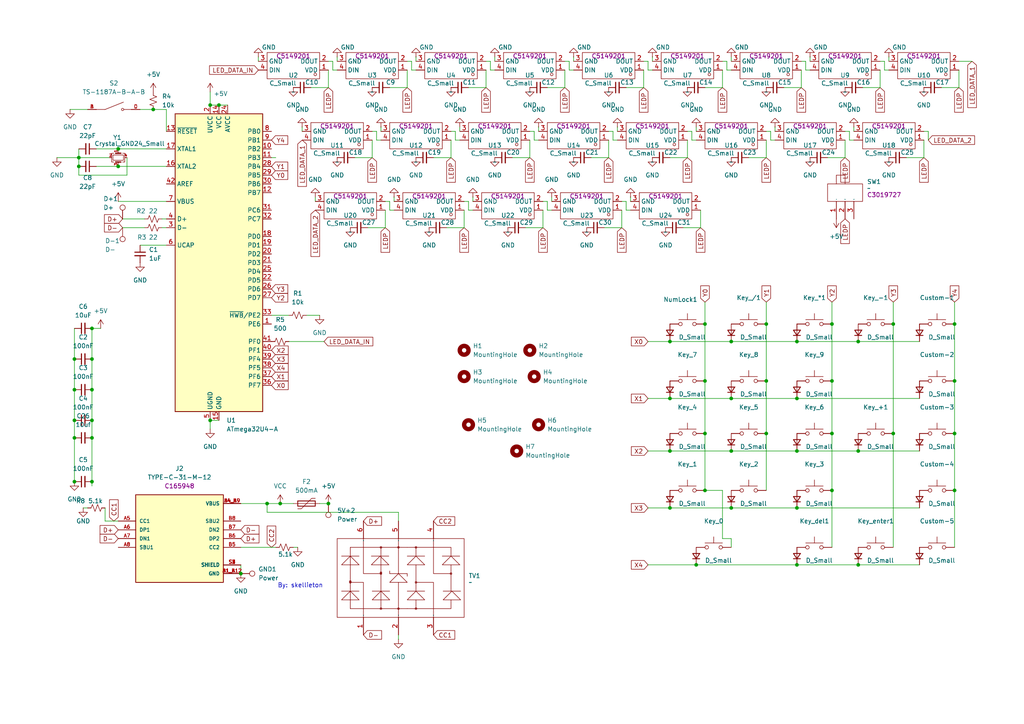
<source format=kicad_sch>
(kicad_sch (version 20231120) (generator "eeschema") (generator_version "8.0")
  (paper "A4")
  (lib_symbols
    (symbol "Connector:TestPoint" (pin_numbers hide) (pin_names (offset 0.762) hide)
      (property "Reference" "TP" (at 0 6.858 0))
      (property "Value" "TestPoint" (at 0 5.08 0))
      (symbol "TestPoint_1_1"
        (pin passive line (at 0 0 90) (length 2.54) (name "1") (number "1"))
      )
    )
    (symbol "Device:C_Small" (pin_numbers hide) (pin_names (offset 0.254) hide)
      (property "Reference" "C" (at 0.254 1.778 0))
      (property "Value" "C_Small" (at 0.254 -2.032 0))
      (symbol "C_Small_1_1"
        (pin passive line (at 0 2.54 270) (length 2.032) (name "~") (number "1"))
        (pin passive line (at 0 -2.54 90) (length 2.032) (name "~") (number "2"))
      )
    )
    (symbol "Device:Crystal_GND24_Small" (pin_names (offset 1.016) hide)
      (property "Reference" "Y" (at 1.27 4.445 0))
      (property "Value" "Crystal_GND24_Small" (at 1.27 2.54 0))
      (symbol "Crystal_GND24_Small_1_1"
        (pin passive line (at -2.54 0 0) (length 1.27) (name "1") (number "1"))
        (pin passive line (at 0 -2.54 90) (length 0.635) (name "2") (number "2"))
        (pin passive line (at 2.54 0 180) (length 1.27) (name "3") (number "3"))
        (pin passive line (at 0 2.54 270) (length 0.635) (name "4") (number "4"))
      )
    )
    (symbol "Device:D_Small" (pin_numbers hide) (pin_names (offset 0.254) hide)
      (property "Reference" "D" (at -1.27 2.032 0))
      (property "Value" "D_Small" (at -3.81 -2.032 0))
      (symbol "D_Small_1_1"
        (pin passive line (at -2.54 0 0) (length 1.778) (name "K") (number "1"))
        (pin passive line (at 2.54 0 180) (length 1.778) (name "A") (number "2"))
      )
    )
    (symbol "Device:Polyfuse" (pin_numbers hide) (pin_names (offset 0))
      (property "Reference" "F" (at -2.54 0 90))
      (property "Value" "Polyfuse" (at 2.54 0 90))
      (symbol "Polyfuse_1_1"
        (pin passive line (at 0 3.81 270) (length 1.27) (name "~") (number "1"))
        (pin passive line (at 0 -3.81 90) (length 1.27) (name "~") (number "2"))
      )
    )
    (symbol "Device:R_Small_US" (pin_numbers hide) (pin_names (offset 0.254) hide)
      (property "Reference" "R" (at 0.762 0.508 0))
      (property "Value" "R_Small_US" (at 0.762 -1.016 0))
      (symbol "R_Small_US_1_1"
        (pin passive line (at 0 2.54 270) (length 1.016) (name "~") (number "1"))
        (pin passive line (at 0 -2.54 90) (length 1.016) (name "~") (number "2"))
      )
    )
    (symbol "MCU_Microchip_ATmega:ATmega32U4-A"
      (property "Reference" "U" (at -12.7 44.45 0))
      (property "Value" "ATmega32U4-A" (at 2.54 -44.45 0))
      (symbol "ATmega32U4-A_1_1"
        (pin bidirectional line (at 15.24 -17.78 180) (length 2.54) (name "PE6") (number "1"))
        (pin bidirectional line (at 15.24 33.02 180) (length 2.54) (name "PB2") (number "10"))
        (pin bidirectional line (at 15.24 30.48 180) (length 2.54) (name "PB3") (number "11"))
        (pin bidirectional line (at 15.24 20.32 180) (length 2.54) (name "PB7") (number "12"))
        (pin input line (at -15.24 38.1 0) (length 2.54) (name "~{RESET}") (number "13"))
        (pin power_in line (at 0 45.72 270) (length 2.54) (name "VCC") (number "14"))
        (pin power_in line (at 0 -45.72 90) (length 2.54) (name "GND") (number "15"))
        (pin output line (at -15.24 27.94 0) (length 2.54) (name "XTAL2") (number "16"))
        (pin input line (at -15.24 33.02 0) (length 2.54) (name "XTAL1") (number "17"))
        (pin bidirectional line (at 15.24 7.62 180) (length 2.54) (name "PD0") (number "18"))
        (pin bidirectional line (at 15.24 5.08 180) (length 2.54) (name "PD1") (number "19"))
        (pin power_in line (at -2.54 45.72 270) (length 2.54) (name "UVCC") (number "2"))
        (pin bidirectional line (at 15.24 2.54 180) (length 2.54) (name "PD2") (number "20"))
        (pin bidirectional line (at 15.24 0 180) (length 2.54) (name "PD3") (number "21"))
        (pin bidirectional line (at 15.24 -5.08 180) (length 2.54) (name "PD5") (number "22"))
        (pin passive line (at 0 -45.72 90) (length 2.54) hide (name "GND") (number "23"))
        (pin power_in line (at 2.54 45.72 270) (length 2.54) (name "AVCC") (number "24"))
        (pin bidirectional line (at 15.24 -2.54 180) (length 2.54) (name "PD4") (number "25"))
        (pin bidirectional line (at 15.24 -7.62 180) (length 2.54) (name "PD6") (number "26"))
        (pin bidirectional line (at 15.24 -10.16 180) (length 2.54) (name "PD7") (number "27"))
        (pin bidirectional line (at 15.24 27.94 180) (length 2.54) (name "PB4") (number "28"))
        (pin bidirectional line (at 15.24 25.4 180) (length 2.54) (name "PB5") (number "29"))
        (pin bidirectional line (at -15.24 10.16 0) (length 2.54) (name "D-") (number "3"))
        (pin bidirectional line (at 15.24 22.86 180) (length 2.54) (name "PB6") (number "30"))
        (pin bidirectional line (at 15.24 15.24 180) (length 2.54) (name "PC6") (number "31"))
        (pin bidirectional line (at 15.24 12.7 180) (length 2.54) (name "PC7") (number "32"))
        (pin bidirectional line (at 15.24 -15.24 180) (length 2.54) (name "~{HWB}/PE2") (number "33"))
        (pin passive line (at 0 45.72 270) (length 2.54) hide (name "VCC") (number "34"))
        (pin passive line (at 0 -45.72 90) (length 2.54) hide (name "GND") (number "35"))
        (pin bidirectional line (at 15.24 -35.56 180) (length 2.54) (name "PF7") (number "36"))
        (pin bidirectional line (at 15.24 -33.02 180) (length 2.54) (name "PF6") (number "37"))
        (pin bidirectional line (at 15.24 -30.48 180) (length 2.54) (name "PF5") (number "38"))
        (pin bidirectional line (at 15.24 -27.94 180) (length 2.54) (name "PF4") (number "39"))
        (pin bidirectional line (at -15.24 12.7 0) (length 2.54) (name "D+") (number "4"))
        (pin bidirectional line (at 15.24 -25.4 180) (length 2.54) (name "PF1") (number "40"))
        (pin bidirectional line (at 15.24 -22.86 180) (length 2.54) (name "PF0") (number "41"))
        (pin passive line (at -15.24 22.86 0) (length 2.54) (name "AREF") (number "42"))
        (pin passive line (at 0 -45.72 90) (length 2.54) hide (name "GND") (number "43"))
        (pin passive line (at 2.54 45.72 270) (length 2.54) hide (name "AVCC") (number "44"))
        (pin passive line (at -2.54 -45.72 90) (length 2.54) (name "UGND") (number "5"))
        (pin passive line (at -15.24 5.08 0) (length 2.54) (name "UCAP") (number "6"))
        (pin input line (at -15.24 17.78 0) (length 2.54) (name "VBUS") (number "7"))
        (pin bidirectional line (at 15.24 38.1 180) (length 2.54) (name "PB0") (number "8"))
        (pin bidirectional line (at 15.24 35.56 180) (length 2.54) (name "PB1") (number "9"))
      )
    )
    (symbol "Mechanical:MountingHole" (pin_names (offset 1.016)) (exclude_from_sim yes) (in_bom no)
      (property "Reference" "H" (at 0 5.08 0))
      (property "Value" "MountingHole" (at 0 3.175 0))
    )
    (symbol "MyLib:MK-12D18-G020"
      (property "Reference" "SW" (at 0 0 0))
      (property "LSCS" "C3019727" (at 0 0 0))
      (symbol "MK-12D18-G020_1_0"
        (pin unspecified line (at -2.54 -7.62 90) (length 5.08) (name "1") (number "1"))
        (pin unspecified line (at 0 -7.62 90) (length 5.08) (name "2") (number "2"))
        (pin unspecified line (at 2.54 -7.62 90) (length 5.08) (name "3") (number "3"))
      )
    )
    (symbol "MyLib:SK6812MINI-E_C5149201"
      (property "Reference" "U" (at 0 0 0))
      (property "LCSC" "C5149201" (at 0 0 0))
      (symbol "SK6812MINI-E_C5149201_1_0"
        (pin unspecified line (at -10.16 2.54 0) (length 2.54) (name "VDD") (number "1"))
        (pin unspecified line (at -10.16 0 0) (length 2.54) (name "DOUT") (number "2"))
        (pin unspecified line (at 10.16 0 180) (length 2.54) (name "GND") (number "3"))
        (pin unspecified line (at 10.16 2.54 180) (length 2.54) (name "DIN") (number "4"))
      )
    )
    (symbol "MyLib:SRV05-4-P-T7"
      (property "Reference" "TV" (at 0 0 0))
      (symbol "SRV05-4-P-T7_1_0"
        (pin input line (at 16.51 -11.43 180) (length 5.08) (name "1") (number "1"))
        (pin input line (at 16.51 -1.27 180) (length 5.08) (name "2") (number "2"))
        (pin input line (at 16.51 8.89 180) (length 5.08) (name "3") (number "3"))
        (pin input line (at -16.51 8.89 0) (length 5.08) (name "4") (number "4"))
        (pin input line (at -16.51 -1.27 0) (length 5.08) (name "5") (number "5"))
        (pin input line (at -16.51 -11.43 0) (length 5.08) (name "6") (number "6"))
      )
    )
    (symbol "MyLib:TS-1187A-B-A-B" (pin_names (offset 1.016))
      (property "Reference" "S" (at -2.54 2.54 0))
      (property "Value" "TS-1187A-B-A-B" (at -2.54 -2.54 0))
      (symbol "TS-1187A-B-A-B_0_0"
        (pin passive line (at -7.62 0 0) (length 2.54) (name "~") (number "A"))
        (pin passive line (at -7.62 0 0) (length 2.54) (name "~") (number "B"))
        (pin passive line (at 7.62 0 180) (length 2.54) (name "~") (number "C"))
        (pin passive line (at 7.62 0 180) (length 2.54) (name "~") (number "D"))
      )
    )
    (symbol "MyLib:TYPE-C-31-M-12" (pin_names (offset 1.016))
      (property "Reference" "J" (at -12.7 13.462 0))
      (property "Value" "TYPE-C-31-M-12" (at -12.7 -13.462 0))
      (property "LCSC" "C165948" (at 0 0 0))
      (symbol "TYPE-C-31-M-12_0_0"
        (pin power_in line (at 17.78 -10.16 180) (length 5.08) (name "GND") (number "A1_B12"))
        (pin power_in line (at 17.78 10.16 180) (length 5.08) (name "VBUS") (number "A4_B9"))
        (pin bidirectional line (at -17.78 5.08 0) (length 5.08) (name "CC1") (number "A5"))
        (pin bidirectional line (at -17.78 2.54 0) (length 5.08) (name "DP1") (number "A6"))
        (pin bidirectional line (at -17.78 0 0) (length 5.08) (name "DN1") (number "A7"))
        (pin bidirectional line (at -17.78 -2.54 0) (length 5.08) (name "SBU1") (number "A8"))
        (pin power_in line (at 17.78 -10.16 180) (length 5.08) (name "GND") (number "B1_A12"))
        (pin power_in line (at 17.78 10.16 180) (length 5.08) (name "VBUS") (number "B4_A9"))
        (pin bidirectional line (at 17.78 -2.54 180) (length 5.08) (name "CC2") (number "B5"))
        (pin bidirectional line (at 17.78 0 180) (length 5.08) (name "DP2") (number "B6"))
        (pin bidirectional line (at 17.78 2.54 180) (length 5.08) (name "DN2") (number "B7"))
        (pin bidirectional line (at 17.78 5.08 180) (length 5.08) (name "SBU2") (number "B8"))
        (pin passive line (at 17.78 -7.62 180) (length 5.08) (name "SHIELD") (number "S1"))
        (pin passive line (at 17.78 -7.62 180) (length 5.08) (name "SHIELD") (number "S2"))
        (pin passive line (at 17.78 -7.62 180) (length 5.08) (name "SHIELD") (number "S3"))
        (pin passive line (at 17.78 -7.62 180) (length 5.08) (name "SHIELD") (number "S4"))
      )
    )
    (symbol "Switch:SW_Push" (pin_numbers hide) (pin_names (offset 1.016) hide)
      (property "Reference" "SW" (at 1.27 2.54 0))
      (property "Value" "SW_Push" (at 0 -1.524 0))
      (symbol "SW_Push_0_1"
        (pin passive line (at -5.08 0 0) (length 2.54) (name "1") (number "1"))
        (pin passive line (at 5.08 0 180) (length 2.54) (name "2") (number "2"))
      )
    )
    (symbol "power:+5V" (power) (pin_numbers hide) (pin_names (offset 0) hide)
      (property "Value" "+5V" (at 0 3.556 0))
      (symbol "+5V_1_1"
        (pin power_in line (at 0 0 90) (length 0) (name "~") (number "1"))
      )
    )
    (symbol "power:GND" (power) (pin_numbers hide) (pin_names (offset 0) hide)
      (property "Value" "GND" (at 0 -3.81 0))
      (symbol "GND_1_1"
        (pin power_in line (at 0 0 270) (length 0) (name "~") (number "1"))
      )
    )
    (symbol "power:VCC" (power) (pin_numbers hide) (pin_names (offset 0) hide)
      (property "Value" "VCC" (at 0 3.556 0))
      (symbol "VCC_1_1"
        (pin power_in line (at 0 0 90) (length 0) (name "~") (number "1"))
      )
    )
  )
  (junction (at 22.86 45.72))
  (junction (at 44.45 31.75))
  (junction (at 21.59 139.7))
  (junction (at 241.3 110.49))
  (junction (at 21.59 113.03))
  (junction (at 204.47 93.98))
  (junction (at 241.3 93.98))
  (junction (at 212.09 115.57))
  (junction (at 26.67 113.03))
  (junction (at 248.92 130.81))
  (junction (at 204.47 142.24))
  (junction (at 248.92 163.83))
  (junction (at 259.08 125.73))
  (junction (at 241.3 142.24))
  (junction (at 276.86 142.24))
  (junction (at 194.31 115.57))
  (junction (at 26.67 139.7))
  (junction (at 26.67 127))
  (junction (at 34.29 43.18))
  (junction (at 231.14 99.06))
  (junction (at 212.09 130.81))
  (junction (at 231.14 163.83))
  (junction (at 77.47 146.05))
  (junction (at 276.86 125.73))
  (junction (at 81.28 146.05))
  (junction (at 248.92 99.06))
  (junction (at 231.14 130.81))
  (junction (at 21.59 104.14))
  (junction (at 194.31 130.81))
  (junction (at 222.25 125.73))
  (junction (at 276.86 93.98))
  (junction (at 22.86 48.26))
  (junction (at 276.86 110.49))
  (junction (at 21.59 127))
  (junction (at 212.09 99.06))
  (junction (at 241.3 125.73))
  (junction (at 69.85 166.37))
  (junction (at 259.08 93.98))
  (junction (at 222.25 93.98))
  (junction (at 231.14 147.32))
  (junction (at 231.14 115.57))
  (junction (at 63.5 30.48))
  (junction (at 34.29 48.26))
  (junction (at 26.67 104.14))
  (junction (at 26.67 121.92))
  (junction (at 204.47 110.49))
  (junction (at 60.96 30.48))
  (junction (at 194.31 147.32))
  (junction (at 21.59 121.92))
  (junction (at 26.67 95.25))
  (junction (at 212.09 147.32))
  (junction (at 194.31 99.06))
  (junction (at 60.96 121.92))
  (junction (at 201.93 163.83))
  (junction (at 95.25 146.05))
  (junction (at 222.25 110.49))
  (junction (at 204.47 125.73))
  (wire (pts (xy 246.38 38.1) (xy 246.38 40.64)))
  (wire (pts (xy 157.48 58.42) (xy 158.75 58.42)))
  (wire (pts (xy 210.82 17.78) (xy 210.82 20.32)))
  (wire (pts (xy 175.26 66.04) (xy 180.34 66.04)))
  (wire (pts (xy 22.86 43.18) (xy 22.86 45.72)))
  (wire (pts (xy 34.29 48.26) (xy 48.26 48.26)))
  (wire (pts (xy 30.48 151.13) (xy 34.29 151.13)))
  (wire (pts (xy 187.96 147.32) (xy 194.31 147.32)))
  (wire (pts (xy 247.65 36.83) (xy 247.65 38.1)))
  (wire (pts (xy 171.45 45.72) (xy 176.53 45.72)))
  (wire (pts (xy 130.81 38.1) (xy 132.08 38.1)))
  (wire (pts (xy 222.25 38.1) (xy 223.52 38.1)))
  (wire (pts (xy 201.93 163.83) (xy 231.14 163.83)))
  (wire (pts (xy 26.67 95.25) (xy 29.21 95.25)))
  (wire (pts (xy 217.17 45.72) (xy 222.25 45.72)))
  (wire (pts (xy 60.96 121.92) (xy 63.5 121.92)))
  (wire (pts (xy 240.03 45.72) (xy 245.11 45.72)))
  (wire (pts (xy 119.38 20.32) (xy 120.65 20.32)))
  (wire (pts (xy 119.38 17.78) (xy 119.38 20.32)))
  (wire (pts (xy 130.81 45.72) (xy 130.81 40.64)))
  (wire (pts (xy 194.31 99.06) (xy 212.09 99.06)))
  (wire (pts (xy 27.94 43.18) (xy 34.29 43.18)))
  (wire (pts (xy 222.25 87.63) (xy 222.25 93.98)))
  (wire (pts (xy 114.3 57.15) (xy 114.3 58.42)))
  (wire (pts (xy 120.65 16.51) (xy 120.65 17.78)))
  (wire (pts (xy 259.08 87.63) (xy 259.08 93.98)))
  (wire (pts (xy 26.67 95.25) (xy 26.67 104.14)))
  (wire (pts (xy 113.03 25.4) (xy 118.11 25.4)))
  (wire (pts (xy 182.88 57.15) (xy 182.88 58.42)))
  (wire (pts (xy 199.39 45.72) (xy 199.39 40.64)))
  (wire (pts (xy 158.75 58.42) (xy 158.75 60.96)))
  (wire (pts (xy 180.34 66.04) (xy 180.34 60.96)))
  (wire (pts (xy 231.14 115.57) (xy 266.7 115.57)))
  (wire (pts (xy 107.95 45.72) (xy 107.95 40.64)))
  (wire (pts (xy 245.11 45.72) (xy 245.11 40.64)))
  (wire (pts (xy 60.96 30.48) (xy 63.5 30.48)))
  (wire (pts (xy 96.52 17.78) (xy 96.52 20.32)))
  (wire (pts (xy 209.55 25.4) (xy 209.55 20.32)))
  (wire (pts (xy 113.03 60.96) (xy 114.3 60.96)))
  (wire (pts (xy 96.52 20.32) (xy 97.79 20.32)))
  (wire (pts (xy 209.55 156.21) (xy 212.09 156.21)))
  (wire (pts (xy 231.14 99.06) (xy 248.92 99.06)))
  (wire (pts (xy 86.36 158.75) (xy 85.09 158.75)))
  (wire (pts (xy 92.71 146.05) (xy 95.25 146.05)))
  (wire (pts (xy 276.86 93.98) (xy 276.86 110.49)))
  (wire (pts (xy 107.95 38.1) (xy 109.22 38.1)))
  (wire (pts (xy 48.26 31.75) (xy 48.26 38.1)))
  (wire (pts (xy 153.67 38.1) (xy 154.94 38.1)))
  (wire (pts (xy 204.47 125.73) (xy 204.47 142.24)))
  (wire (pts (xy 222.25 93.98) (xy 222.25 110.49)))
  (wire (pts (xy 88.9 91.44) (xy 92.71 91.44)))
  (wire (pts (xy 203.2 66.04) (xy 203.2 60.96)))
  (wire (pts (xy 176.53 45.72) (xy 176.53 40.64)))
  (wire (pts (xy 142.24 20.32) (xy 143.51 20.32)))
  (wire (pts (xy 106.68 66.04) (xy 111.76 66.04)))
  (wire (pts (xy 204.47 142.24) (xy 209.55 142.24)))
  (wire (pts (xy 109.22 40.64) (xy 110.49 40.64)))
  (wire (pts (xy 113.03 58.42) (xy 113.03 60.96)))
  (wire (pts (xy 241.3 110.49) (xy 241.3 125.73)))
  (wire (pts (xy 16.51 45.72) (xy 22.86 45.72)))
  (wire (pts (xy 132.08 40.64) (xy 133.35 40.64)))
  (wire (pts (xy 46.99 63.5) (xy 48.26 63.5)))
  (wire (pts (xy 91.44 57.15) (xy 91.44 58.42)))
  (wire (pts (xy 148.59 45.72) (xy 153.67 45.72)))
  (wire (pts (xy 26.67 113.03) (xy 26.67 121.92)))
  (wire (pts (xy 222.25 125.73) (xy 222.25 142.24)))
  (wire (pts (xy 24.13 147.32) (xy 25.4 147.32)))
  (wire (pts (xy 187.96 163.83) (xy 201.93 163.83)))
  (wire (pts (xy 194.31 130.81) (xy 212.09 130.81)))
  (wire (pts (xy 27.94 48.26) (xy 34.29 48.26)))
  (wire (pts (xy 77.47 148.59) (xy 77.47 146.05)))
  (wire (pts (xy 212.09 99.06) (xy 231.14 99.06)))
  (wire (pts (xy 154.94 40.64) (xy 156.21 40.64)))
  (wire (pts (xy 137.16 57.15) (xy 137.16 58.42)))
  (wire (pts (xy 232.41 25.4) (xy 232.41 20.32)))
  (wire (pts (xy 135.89 60.96) (xy 137.16 60.96)))
  (wire (pts (xy 187.96 115.57) (xy 194.31 115.57)))
  (wire (pts (xy 97.79 16.51) (xy 97.79 17.78)))
  (wire (pts (xy 60.96 121.92) (xy 60.96 124.46)))
  (wire (pts (xy 179.07 36.83) (xy 179.07 38.1)))
  (wire (pts (xy 21.59 104.14) (xy 21.59 113.03)))
  (wire (pts (xy 21.59 113.03) (xy 21.59 121.92)))
  (wire (pts (xy 111.76 66.04) (xy 111.76 60.96)))
  (wire (pts (xy 83.82 99.06) (xy 93.98 99.06)))
  (wire (pts (xy 176.53 38.1) (xy 177.8 38.1)))
  (wire (pts (xy 156.21 36.83) (xy 156.21 38.1)))
  (wire (pts (xy 186.69 17.78) (xy 187.96 17.78)))
  (wire (pts (xy 212.09 115.57) (xy 231.14 115.57)))
  (wire (pts (xy 157.48 66.04) (xy 157.48 60.96)))
  (wire (pts (xy 81.28 146.05) (xy 85.09 146.05)))
  (wire (pts (xy 224.79 36.83) (xy 224.79 38.1)))
  (wire (pts (xy 95.25 17.78) (xy 96.52 17.78)))
  (wire (pts (xy 248.92 163.83) (xy 266.7 163.83)))
  (wire (pts (xy 186.69 25.4) (xy 186.69 20.32)))
  (wire (pts (xy 158.75 60.96) (xy 160.02 60.96)))
  (wire (pts (xy 26.67 121.92) (xy 26.67 127)))
  (wire (pts (xy 212.09 147.32) (xy 231.14 147.32)))
  (wire (pts (xy 158.75 25.4) (xy 163.83 25.4)))
  (wire (pts (xy 246.38 40.64) (xy 247.65 40.64)))
  (wire (pts (xy 63.5 30.48) (xy 66.04 30.48)))
  (wire (pts (xy 177.8 40.64) (xy 179.07 40.64)))
  (wire (pts (xy 118.11 17.78) (xy 119.38 17.78)))
  (wire (pts (xy 204.47 25.4) (xy 209.55 25.4)))
  (wire (pts (xy 22.86 45.72) (xy 22.86 48.26)))
  (wire (pts (xy 187.96 99.06) (xy 194.31 99.06)))
  (wire (pts (xy 163.83 25.4) (xy 163.83 20.32)))
  (wire (pts (xy 143.51 16.51) (xy 143.51 17.78)))
  (wire (pts (xy 40.64 71.12) (xy 48.26 71.12)))
  (wire (pts (xy 209.55 17.78) (xy 210.82 17.78)))
  (wire (pts (xy 241.3 93.98) (xy 241.3 110.49)))
  (wire (pts (xy 210.82 20.32) (xy 212.09 20.32)))
  (wire (pts (xy 36.83 50.8) (xy 22.86 50.8)))
  (wire (pts (xy 201.93 36.83) (xy 201.93 38.1)))
  (wire (pts (xy 80.01 45.72) (xy 78.74 45.72)))
  (wire (pts (xy 181.61 58.42) (xy 181.61 60.96)))
  (wire (pts (xy 194.31 115.57) (xy 212.09 115.57)))
  (wire (pts (xy 267.97 45.72) (xy 267.97 40.64)))
  (wire (pts (xy 20.32 31.75) (xy 25.4 31.75)))
  (wire (pts (xy 118.11 25.4) (xy 118.11 20.32)))
  (wire (pts (xy 165.1 20.32) (xy 166.37 20.32)))
  (wire (pts (xy 259.08 93.98) (xy 259.08 125.73)))
  (wire (pts (xy 278.13 25.4) (xy 278.13 20.32)))
  (wire (pts (xy 26.67 140.97) (xy 26.67 139.7)))
  (wire (pts (xy 233.68 20.32) (xy 234.95 20.32)))
  (wire (pts (xy 40.64 31.75) (xy 44.45 31.75)))
  (wire (pts (xy 22.86 48.26) (xy 22.86 50.8)))
  (wire (pts (xy 46.99 66.04) (xy 48.26 66.04)))
  (wire (pts (xy 135.89 58.42) (xy 135.89 60.96)))
  (wire (pts (xy 180.34 58.42) (xy 181.61 58.42)))
  (wire (pts (xy 69.85 163.83) (xy 69.85 166.37)))
  (wire (pts (xy 115.57 185.42) (xy 115.57 184.15)))
  (wire (pts (xy 200.66 38.1) (xy 200.66 40.64)))
  (wire (pts (xy 250.19 25.4) (xy 255.27 25.4)))
  (wire (pts (xy 194.31 147.32) (xy 212.09 147.32)))
  (wire (pts (xy 189.23 16.51) (xy 189.23 17.78)))
  (wire (pts (xy 212.09 156.21) (xy 212.09 158.75)))
  (wire (pts (xy 160.02 57.15) (xy 160.02 58.42)))
  (wire (pts (xy 187.96 130.81) (xy 194.31 130.81)))
  (wire (pts (xy 262.89 45.72) (xy 267.97 45.72)))
  (wire (pts (xy 248.92 99.06) (xy 266.7 99.06)))
  (wire (pts (xy 166.37 16.51) (xy 166.37 17.78)))
  (wire (pts (xy 256.54 20.32) (xy 257.81 20.32)))
  (wire (pts (xy 80.01 158.75) (xy 69.85 158.75)))
  (wire (pts (xy 177.8 38.1) (xy 177.8 40.64)))
  (wire (pts (xy 95.25 25.4) (xy 95.25 20.32)))
  (wire (pts (xy 154.94 38.1) (xy 154.94 40.64)))
  (wire (pts (xy 34.29 58.42) (xy 48.26 58.42)))
  (wire (pts (xy 21.59 95.25) (xy 21.59 104.14)))
  (wire (pts (xy 34.29 43.18) (xy 48.26 43.18)))
  (wire (pts (xy 134.62 58.42) (xy 135.89 58.42)))
  (wire (pts (xy 222.25 45.72) (xy 222.25 40.64)))
  (wire (pts (xy 255.27 25.4) (xy 255.27 20.32)))
  (wire (pts (xy 212.09 130.81) (xy 231.14 130.81)))
  (wire (pts (xy 69.85 146.05) (xy 77.47 146.05)))
  (wire (pts (xy 241.3 125.73) (xy 241.3 142.24)))
  (wire (pts (xy 222.25 110.49) (xy 222.25 125.73)))
  (wire (pts (xy 181.61 60.96) (xy 182.88 60.96)))
  (wire (pts (xy 256.54 17.78) (xy 256.54 20.32)))
  (wire (pts (xy 35.56 66.04) (xy 41.91 66.04)))
  (wire (pts (xy 276.86 125.73) (xy 276.86 142.24)))
  (wire (pts (xy 78.74 91.44) (xy 83.82 91.44)))
  (wire (pts (xy 269.24 38.1) (xy 269.24 40.64)))
  (wire (pts (xy 22.86 45.72) (xy 31.75 45.72)))
  (wire (pts (xy 259.08 125.73) (xy 259.08 158.75)))
  (wire (pts (xy 102.87 45.72) (xy 107.95 45.72)))
  (wire (pts (xy 132.08 38.1) (xy 132.08 40.64)))
  (wire (pts (xy 232.41 17.78) (xy 233.68 17.78)))
  (wire (pts (xy 212.09 16.51) (xy 212.09 17.78)))
  (wire (pts (xy 187.96 20.32) (xy 189.23 20.32)))
  (wire (pts (xy 231.14 130.81) (xy 248.92 130.81)))
  (wire (pts (xy 135.89 25.4) (xy 140.97 25.4)))
  (wire (pts (xy 21.59 127) (xy 21.59 139.7)))
  (wire (pts (xy 231.14 163.83) (xy 248.92 163.83)))
  (wire (pts (xy 209.55 142.24) (xy 209.55 156.21)))
  (wire (pts (xy 194.31 45.72) (xy 199.39 45.72)))
  (wire (pts (xy 26.67 127) (xy 26.67 139.7)))
  (wire (pts (xy 245.11 38.1) (xy 246.38 38.1)))
  (wire (pts (xy 181.61 25.4) (xy 186.69 25.4)))
  (wire (pts (xy 26.67 104.14) (xy 26.67 113.03)))
  (wire (pts (xy 74.93 16.51) (xy 74.93 17.78)))
  (wire (pts (xy 204.47 110.49) (xy 204.47 125.73)))
  (wire (pts (xy 227.33 25.4) (xy 232.41 25.4)))
  (wire (pts (xy 273.05 25.4) (xy 278.13 25.4)))
  (wire (pts (xy 140.97 17.78) (xy 142.24 17.78)))
  (wire (pts (xy 241.3 142.24) (xy 241.3 158.75)))
  (wire (pts (xy 241.3 87.63) (xy 241.3 93.98)))
  (wire (pts (xy 223.52 40.64) (xy 224.79 40.64)))
  (wire (pts (xy 87.63 36.83) (xy 87.63 38.1)))
  (wire (pts (xy 204.47 93.98) (xy 204.47 110.49)))
  (wire (pts (xy 129.54 66.04) (xy 134.62 66.04)))
  (wire (pts (xy 187.96 17.78) (xy 187.96 20.32)))
  (wire (pts (xy 30.48 147.32) (xy 30.48 151.13)))
  (wire (pts (xy 152.4 66.04) (xy 157.48 66.04)))
  (wire (pts (xy 21.59 121.92) (xy 21.59 127)))
  (wire (pts (xy 142.24 17.78) (xy 142.24 20.32)))
  (wire (pts (xy 140.97 25.4) (xy 140.97 20.32)))
  (wire (pts (xy 109.22 38.1) (xy 109.22 40.64)))
  (wire (pts (xy 35.56 63.5) (xy 41.91 63.5)))
  (wire (pts (xy 255.27 17.78) (xy 256.54 17.78)))
  (wire (pts (xy 153.67 45.72) (xy 153.67 40.64)))
  (wire (pts (xy 276.86 142.24) (xy 276.86 158.75)))
  (wire (pts (xy 257.81 16.51) (xy 257.81 17.78)))
  (wire (pts (xy 90.17 25.4) (xy 95.25 25.4)))
  (wire (pts (xy 44.45 31.75) (xy 48.26 31.75)))
  (wire (pts (xy 115.57 148.59) (xy 77.47 148.59)))
  (wire (pts (xy 233.68 17.78) (xy 233.68 20.32)))
  (wire (pts (xy 231.14 147.32) (xy 266.7 147.32)))
  (wire (pts (xy 223.52 38.1) (xy 223.52 40.64)))
  (wire (pts (xy 198.12 66.04) (xy 203.2 66.04)))
  (wire (pts (xy 276.86 110.49) (xy 276.86 125.73)))
  (wire (pts (xy 133.35 36.83) (xy 133.35 38.1)))
  (wire (pts (xy 278.13 17.78) (xy 281.94 17.78)))
  (wire (pts (xy 165.1 17.78) (xy 165.1 20.32)))
  (wire (pts (xy 60.96 26.67) (xy 60.96 30.48)))
  (wire (pts (xy 111.76 58.42) (xy 113.03 58.42)))
  (wire (pts (xy 77.47 146.05) (xy 81.28 146.05)))
  (wire (pts (xy 199.39 38.1) (xy 200.66 38.1)))
  (wire (pts (xy 267.97 38.1) (xy 269.24 38.1)))
  (wire (pts (xy 115.57 151.13) (xy 115.57 148.59)))
  (wire (pts (xy 110.49 36.83) (xy 110.49 38.1)))
  (wire (pts (xy 276.86 87.63) (xy 276.86 93.98)))
  (wire (pts (xy 125.73 45.72) (xy 130.81 45.72)))
  (wire (pts (xy 234.95 16.51) (xy 234.95 17.78)))
  (wire (pts (xy 163.83 17.78) (xy 165.1 17.78)))
  (wire (pts (xy 36.83 45.72) (xy 36.83 50.8)))
  (wire (pts (xy 248.92 130.81) (xy 266.7 130.81)))
  (wire (pts (xy 204.47 87.63) (xy 204.47 93.98)))
  (wire (pts (xy 134.62 66.04) (xy 134.62 60.96)))
  (wire (pts (xy 200.66 40.64) (xy 201.93 40.64)))
  (text "By: skellieton" (at 87.122 169.926 0) (effects (font (size 1.27 1.27))))
  (global_label "LEDP" (shape input) (at 176.53 45.72 270) (property "Intersheetrefs" "${INTERSHEET_REFS}" (effects (hide yes))))
  (global_label "D+" (shape input) (at 69.85 156.21 0) (property "Intersheetrefs" "${INTERSHEET_REFS}" (effects (hide yes))))
  (global_label "LED_DATA_2" (shape input) (at 269.24 40.64 0) (property "Intersheetrefs" "${INTERSHEET_REFS}" (effects (hide yes))))
  (global_label "X2" (shape input) (at 187.96 130.81 180) (property "Intersheetrefs" "${INTERSHEET_REFS}" (effects (hide yes))))
  (global_label "LEDP" (shape input) (at 209.55 25.4 270) (property "Intersheetrefs" "${INTERSHEET_REFS}" (effects (hide yes))))
  (global_label "X0" (shape input) (at 187.96 99.06 180) (property "Intersheetrefs" "${INTERSHEET_REFS}" (effects (hide yes))))
  (global_label "Y0" (shape input) (at 204.47 87.63 90) (property "Intersheetrefs" "${INTERSHEET_REFS}" (effects (hide yes))))
  (global_label "D+" (shape input) (at 35.56 63.5 180) (property "Intersheetrefs" "${INTERSHEET_REFS}" (effects (hide yes))))
  (global_label "LED_DATA_2" (shape input) (at 91.44 60.96 270) (property "Intersheetrefs" "${INTERSHEET_REFS}" (effects (hide yes))))
  (global_label "CC1" (shape input) (at 33.02 151.13 90) (property "Intersheetrefs" "${INTERSHEET_REFS}" (effects (hide yes))))
  (global_label "D+" (shape input) (at 105.41 151.13 0) (property "Intersheetrefs" "${INTERSHEET_REFS}" (effects (hide yes))))
  (global_label "X3" (shape input) (at 187.96 147.32 180) (property "Intersheetrefs" "${INTERSHEET_REFS}" (effects (hide yes))))
  (global_label "LEDP" (shape input) (at 255.27 25.4 270) (property "Intersheetrefs" "${INTERSHEET_REFS}" (effects (hide yes))))
  (global_label "LEDP" (shape input) (at 186.69 25.4 270) (property "Intersheetrefs" "${INTERSHEET_REFS}" (effects (hide yes))))
  (global_label "CC2" (shape input) (at 125.73 151.13 0) (property "Intersheetrefs" "${INTERSHEET_REFS}" (effects (hide yes))))
  (global_label "D-" (shape input) (at 34.29 156.21 180) (property "Intersheetrefs" "${INTERSHEET_REFS}" (effects (hide yes))))
  (global_label "Y4" (shape input) (at 276.86 87.63 90) (property "Intersheetrefs" "${INTERSHEET_REFS}" (effects (hide yes))))
  (global_label "LED_DATA_IN" (shape input) (at 74.93 20.32 180) (property "Intersheetrefs" "${INTERSHEET_REFS}" (effects (hide yes))))
  (global_label "LEDP" (shape input) (at 130.81 45.72 270) (property "Intersheetrefs" "${INTERSHEET_REFS}" (effects (hide yes))))
  (global_label "X3" (shape input) (at 78.74 104.14 0) (property "Intersheetrefs" "${INTERSHEET_REFS}" (effects (hide yes))))
  (global_label "Y3" (shape input) (at 78.74 83.82 0) (property "Intersheetrefs" "${INTERSHEET_REFS}" (effects (hide yes))))
  (global_label "D-" (shape input) (at 105.41 184.15 0) (property "Intersheetrefs" "${INTERSHEET_REFS}" (effects (hide yes))))
  (global_label "LEDP" (shape input) (at 180.34 66.04 270) (property "Intersheetrefs" "${INTERSHEET_REFS}" (effects (hide yes))))
  (global_label "X4" (shape input) (at 187.96 163.83 180) (property "Intersheetrefs" "${INTERSHEET_REFS}" (effects (hide yes))))
  (global_label "Y0" (shape input) (at 78.74 50.8 0) (property "Intersheetrefs" "${INTERSHEET_REFS}" (effects (hide yes))))
  (global_label "LEDP" (shape input) (at 140.97 25.4 270) (property "Intersheetrefs" "${INTERSHEET_REFS}" (effects (hide yes))))
  (global_label "LEDP" (shape input) (at 199.39 45.72 270) (property "Intersheetrefs" "${INTERSHEET_REFS}" (effects (hide yes))))
  (global_label "X1" (shape input) (at 187.96 115.57 180) (property "Intersheetrefs" "${INTERSHEET_REFS}" (effects (hide yes))))
  (global_label "D-" (shape input) (at 69.85 153.67 0) (property "Intersheetrefs" "${INTERSHEET_REFS}" (effects (hide yes))))
  (global_label "Y2" (shape input) (at 78.74 86.36 0) (property "Intersheetrefs" "${INTERSHEET_REFS}" (effects (hide yes))))
  (global_label "X2" (shape input) (at 78.74 101.6 0) (property "Intersheetrefs" "${INTERSHEET_REFS}" (effects (hide yes))))
  (global_label "LEDP" (shape input) (at 163.83 25.4 270) (property "Intersheetrefs" "${INTERSHEET_REFS}" (effects (hide yes))))
  (global_label "CC2" (shape input) (at 78.74 158.75 90) (property "Intersheetrefs" "${INTERSHEET_REFS}" (effects (hide yes))))
  (global_label "LED_DATA_1" (shape input) (at 87.63 40.64 270) (property "Intersheetrefs" "${INTERSHEET_REFS}" (effects (hide yes))))
  (global_label "LED_DATA_1" (shape input) (at 281.94 17.78 270) (property "Intersheetrefs" "${INTERSHEET_REFS}" (effects (hide yes))))
  (global_label "D+" (shape input) (at 34.29 153.67 180) (property "Intersheetrefs" "${INTERSHEET_REFS}" (effects (hide yes))))
  (global_label "LEDP" (shape input) (at 157.48 66.04 270) (property "Intersheetrefs" "${INTERSHEET_REFS}" (effects (hide yes))))
  (global_label "LED_DATA_IN" (shape input) (at 93.98 99.06 0) (property "Intersheetrefs" "${INTERSHEET_REFS}" (effects (hide yes))))
  (global_label "Y4" (shape input) (at 78.74 40.64 0) (property "Intersheetrefs" "${INTERSHEET_REFS}" (effects (hide yes))))
  (global_label "Y2" (shape input) (at 241.3 87.63 90) (property "Intersheetrefs" "${INTERSHEET_REFS}" (effects (hide yes))))
  (global_label "X0" (shape input) (at 78.74 111.76 0) (property "Intersheetrefs" "${INTERSHEET_REFS}" (effects (hide yes))))
  (global_label "LEDP" (shape input) (at 278.13 25.4 270) (property "Intersheetrefs" "${INTERSHEET_REFS}" (effects (hide yes))))
  (global_label "X1" (shape input) (at 78.74 109.22 0) (property "Intersheetrefs" "${INTERSHEET_REFS}" (effects (hide yes))))
  (global_label "LEDP" (shape input) (at 118.11 25.4 270) (property "Intersheetrefs" "${INTERSHEET_REFS}" (effects (hide yes))))
  (global_label "LEDP" (shape input) (at 107.95 45.72 270) (property "Intersheetrefs" "${INTERSHEET_REFS}" (effects (hide yes))))
  (global_label "Y3" (shape input) (at 259.08 87.63 90) (property "Intersheetrefs" "${INTERSHEET_REFS}" (effects (hide yes))))
  (global_label "LEDP" (shape input) (at 232.41 25.4 270) (property "Intersheetrefs" "${INTERSHEET_REFS}" (effects (hide yes))))
  (global_label "LEDP" (shape input) (at 222.25 45.72 270) (property "Intersheetrefs" "${INTERSHEET_REFS}" (effects (hide yes))))
  (global_label "LEDP" (shape input) (at 245.11 45.72 270) (property "Intersheetrefs" "${INTERSHEET_REFS}" (effects (hide yes))))
  (global_label "Y1" (shape input) (at 222.25 87.63 90) (property "Intersheetrefs" "${INTERSHEET_REFS}" (effects (hide yes))))
  (global_label "LEDP" (shape input) (at 245.11 63.5 270) (property "Intersheetrefs" "${INTERSHEET_REFS}" (effects (hide yes))))
  (global_label "LEDP" (shape input) (at 153.67 45.72 270) (property "Intersheetrefs" "${INTERSHEET_REFS}" (effects (hide yes))))
  (global_label "CC1" (shape input) (at 125.73 184.15 0) (property "Intersheetrefs" "${INTERSHEET_REFS}" (effects (hide yes))))
  (global_label "LEDP" (shape input) (at 134.62 66.04 270) (property "Intersheetrefs" "${INTERSHEET_REFS}" (effects (hide yes))))
  (global_label "LEDP" (shape input) (at 267.97 45.72 270) (property "Intersheetrefs" "${INTERSHEET_REFS}" (effects (hide yes))))
  (global_label "D-" (shape input) (at 35.56 66.04 180) (property "Intersheetrefs" "${INTERSHEET_REFS}" (effects (hide yes))))
  (global_label "LEDP" (shape input) (at 203.2 66.04 270) (property "Intersheetrefs" "${INTERSHEET_REFS}" (effects (hide yes))))
  (global_label "Y1" (shape input) (at 78.74 48.26 0) (property "Intersheetrefs" "${INTERSHEET_REFS}" (effects (hide yes))))
  (global_label "X4" (shape input) (at 78.74 106.68 0) (property "Intersheetrefs" "${INTERSHEET_REFS}" (effects (hide yes))))
  (global_label "LEDP" (shape input) (at 111.76 66.04 270) (property "Intersheetrefs" "${INTERSHEET_REFS}" (effects (hide yes))))
  (global_label "LEDP" (shape input) (at 95.25 25.4 270) (property "Intersheetrefs" "${INTERSHEET_REFS}" (effects (hide yes))))
  (symbol (lib_id "power:GND") (at 107.95 25.4 0) (unit 1)
    (property "Reference" "#PWR021" (effects (hide yes)))
    (property "Value" "GND" (at 107.95 30.48 0))
    (property "Description" "Power symbol creates a global label with name \"GND\" , ground" (effects (hide yes)))
  )
  (symbol (lib_id "Device:D_Small") (at 248.92 128.27 90) (unit 1)
    (property "Reference" "D12" (effects (hide yes)))
    (property "Value" "D_Small" (at 251.46 129.5399 90) (effects (justify right)))
    (property "Footprint" "Diode_SMD:D_SOD-123" (effects (hide yes)))
    (property "Description" "Diode, small symbol" (effects (hide yes)))
    (property "Sim.Device" "D" (effects (hide yes)))
    (property "Sim.Pins" "1=K 2=A" (effects (hide yes)))
  )
  (symbol (lib_id "power:GND") (at 74.93 16.51 180) (unit 1)
    (property "Reference" "#PWR014" (effects (hide yes)))
    (property "Value" "GND" (at 77.978 13.716 0))
    (property "Description" "Power symbol creates a global label with name \"GND\" , ground" (effects (hide yes)))
  )
  (symbol (lib_id "power:GND") (at 153.67 25.4 0) (unit 1)
    (property "Reference" "#PWR027" (effects (hide yes)))
    (property "Value" "GND" (at 153.67 30.48 0))
    (property "Description" "Power symbol creates a global label with name \"GND\" , ground" (effects (hide yes)))
  )
  (symbol (lib_id "MyLib:SK6812MINI-E_C5149201") (at 120.65 38.1 180) (unit 1)
    (property "Reference" "U12" (at 120.65 42.164 0))
    (property "Value" "~" (at 120.65 46.99 0))
    (property "Footprint" "MyLiB:MX-SK-E-Left_Right" (effects (hide yes)))
    (property "Datasheet" "https://atta.szlcsc.com/upload/public/pdf/source/20240708/7577C013CD62BC7D192EAA1AF5B38052.pdf" (effects (hide yes)))
    (property "Manufacturer Part" "SK6812MINI-E" (effects (hide yes)))
    (property "Manufacturer" "欧思科光电" (effects (hide yes)))
    (property "Supplier Part" "C5149201" (effects (hide yes)))
    (property "Supplier" "LCSC" (effects (hide yes)))
    (property "LCSC Part Name" "SK6812MINI-E" (effects (hide yes)))
    (property "LCSC" "C5149201" (at 120.65 36.576 0))
  )
  (symbol (lib_id "Device:D_Small") (at 231.14 144.78 90) (unit 1)
    (property "Reference" "D14" (effects (hide yes)))
    (property "Value" "D_Small" (at 233.68 146.0499 90) (effects (justify right)))
    (property "Footprint" "Diode_SMD:D_SOD-123" (effects (hide yes)))
    (property "Description" "Diode, small symbol" (effects (hide yes)))
    (property "Sim.Device" "D" (effects (hide yes)))
    (property "Sim.Pins" "1=K 2=A" (effects (hide yes)))
  )
  (symbol (lib_id "Connector:TestPoint") (at 35.56 63.5 0) (unit 1)
    (property "Reference" "D+1" (at 29.972 57.658 0) (effects (justify left)))
    (property "Value" "D+" (at 29.972 60.198 0) (effects (justify left)))
    (property "Footprint" "TestPoint:TestPoint_Pad_1.0x1.0mm" (effects (hide yes)))
    (property "Description" "test point" (effects (hide yes)))
  )
  (symbol (lib_id "MyLib:SK6812MINI-E_C5149201") (at 147.32 58.42 180) (unit 1)
    (property "Reference" "U22" (at 147.32 62.484 0))
    (property "Value" "~" (at 147.32 67.31 0))
    (property "Footprint" "MyLiB:MX-SK-E-Left_Right" (effects (hide yes)))
    (property "Datasheet" "https://atta.szlcsc.com/upload/public/pdf/source/20240708/7577C013CD62BC7D192EAA1AF5B38052.pdf" (effects (hide yes)))
    (property "Manufacturer Part" "SK6812MINI-E" (effects (hide yes)))
    (property "Manufacturer" "欧思科光电" (effects (hide yes)))
    (property "Supplier Part" "C5149201" (effects (hide yes)))
    (property "Supplier" "LCSC" (effects (hide yes)))
    (property "LCSC Part Name" "SK6812MINI-E" (effects (hide yes)))
    (property "LCSC" "C5149201" (at 147.32 56.896 0))
  )
  (symbol (lib_id "Device:D_Small") (at 248.92 96.52 90) (unit 1)
    (property "Reference" "D11" (effects (hide yes)))
    (property "Value" "D_Small" (at 251.46 97.7899 90) (effects (justify right)))
    (property "Footprint" "Diode_SMD:D_SOD-123" (effects (hide yes)))
    (property "Description" "Diode, small symbol" (effects (hide yes)))
    (property "Sim.Device" "D" (effects (hide yes)))
    (property "Sim.Pins" "1=K 2=A" (effects (hide yes)))
  )
  (symbol (lib_id "Switch:SW_Push") (at 271.78 125.73 0) (unit 1)
    (property "Reference" "Custom-3" (at 271.78 118.11 0))
    (property "Value" "SW_Push" (effects (hide yes)))
    (property "Footprint" "marbastlib-mx:SW_MX_HS_S_CPG151101S11_1u" (effects (hide yes)))
    (property "Description" "Push button switch, generic, two pins" (effects (hide yes)))
  )
  (symbol (lib_id "MyLib:TYPE-C-31-M-12") (at 52.07 156.21 0) (unit 1)
    (property "Reference" "J2" (at 52.07 135.89 0))
    (property "Value" "TYPE-C-31-M-12" (at 52.07 138.43 0))
    (property "Footprint" "USB-C:HRO_TYPE-C-31-M-12" (effects (hide yes)))
    (property "MF" "HRO Electronics Co., Ltd." (effects (hide yes)))
    (property "MAXIMUM_PACKAGE_HEIGHT" "3.26 mm" (effects (hide yes)))
    (property "Package" "Package" (effects (hide yes)))
    (property "MANUFACTURER" "HRO Electronics Co., Ltd." (effects (hide yes)))
    (property "LCSC" "C165948" (at 52.07 140.97 0))
  )
  (symbol (lib_id "Device:C_Small") (at 123.19 45.72 90) (unit 1)
    (property "Reference" "C19" (at 125.984 44.196 90))
    (property "Value" "C_Small" (at 117.602 44.45 90))
    (property "Footprint" "Capacitor_SMD:C_0805_2012Metric" (effects (hide yes)))
    (property "Description" "Unpolarized capacitor, small symbol" (effects (hide yes)))
  )
  (symbol (lib_id "power:GND") (at 267.97 25.4 0) (unit 1)
    (property "Reference" "#PWR042" (effects (hide yes)))
    (property "Value" "GND" (at 267.97 30.48 0))
    (property "Description" "Power symbol creates a global label with name \"GND\" , ground" (effects (hide yes)))
  )
  (symbol (lib_id "power:GND") (at 179.07 36.83 180) (unit 1)
    (property "Reference" "#PWR056" (effects (hide yes)))
    (property "Value" "GND" (at 179.07 31.75 0))
    (property "Description" "Power symbol creates a global label with name \"GND\" , ground" (effects (hide yes)))
  )
  (symbol (lib_id "Device:R_Small_US") (at 44.45 29.21 0) (unit 1)
    (property "Reference" "R4" (at 46.99 27.9399 0) (effects (justify left)))
    (property "Value" "10k" (at 46.99 30.4799 0) (effects (justify left)))
    (property "Footprint" "Resistor_SMD:R_0805_2012Metric" (effects (hide yes)))
    (property "Description" "Resistor, small US symbol" (effects (hide yes)))
    (property "LCSC" "C17414" (effects (hide yes)))
  )
  (symbol (lib_id "Device:C_Small") (at 24.13 127 90) (unit 1)
    (property "Reference" "C26" (at 24.1363 120.65 90))
    (property "Value" "10uf" (at 24.1363 123.19 90))
    (property "Footprint" "Capacitor_SMD:C_0805_2012Metric" (effects (hide yes)))
    (property "Description" "Unpolarized capacitor, small symbol" (effects (hide yes)))
    (property "LCSC" "C15850" (effects (hide yes)))
  )
  (symbol (lib_id "Device:C_Small") (at 24.13 121.92 90) (unit 1)
    (property "Reference" "C4" (at 24.1363 115.57 90))
    (property "Value" "100nF" (at 24.1363 118.11 90))
    (property "Footprint" "Capacitor_SMD:C_0805_2012Metric" (effects (hide yes)))
    (property "Description" "Unpolarized capacitor, small symbol" (effects (hide yes)))
    (property "LCSC" "C49678" (effects (hide yes)))
  )
  (symbol (lib_id "Switch:SW_Push") (at 199.39 110.49 0) (unit 1)
    (property "Reference" "Key_7" (at 199.39 102.87 0))
    (property "Value" "SW_Push" (effects (hide yes)))
    (property "Footprint" "marbastlib-mx:SW_MX_HS_S_CPG151101S11_1u" (effects (hide yes)))
    (property "Description" "Push button switch, generic, two pins" (effects (hide yes)))
  )
  (symbol (lib_id "Switch:SW_Push") (at 254 125.73 0) (unit 1)
    (property "Reference" "Key_+1" (at 254 118.11 0))
    (property "Value" "SW_Push_U2" (effects (hide yes)))
    (property "Footprint" "marbastlib-mx:SW_MX_HS_S_CPG151101S11_1u" (effects (hide yes)))
    (property "Description" "Push button switch, generic, two pins" (effects (hide yes)))
  )
  (symbol (lib_id "Device:D_Small") (at 266.7 128.27 90) (unit 1)
    (property "Reference" "D19" (effects (hide yes)))
    (property "Value" "D_Small" (at 269.24 129.5399 90) (effects (justify right)))
    (property "Footprint" "Diode_SMD:D_SOD-123" (effects (hide yes)))
    (property "Description" "Diode, small symbol" (effects (hide yes)))
    (property "Sim.Device" "D" (effects (hide yes)))
    (property "Sim.Pins" "1=K 2=A" (effects (hide yes)))
  )
  (symbol (lib_id "MyLib:SK6812MINI-E_C5149201") (at 101.6 58.42 180) (unit 1)
    (property "Reference" "U20" (at 101.6 62.484 0))
    (property "Value" "~" (at 101.6 67.31 0))
    (property "Footprint" "MyLiB:MX-SK-E-Right_Left" (effects (hide yes)))
    (property "Datasheet" "https://atta.szlcsc.com/upload/public/pdf/source/20240708/7577C013CD62BC7D192EAA1AF5B38052.pdf" (effects (hide yes)))
    (property "Manufacturer Part" "SK6812MINI-E" (effects (hide yes)))
    (property "Manufacturer" "欧思科光电" (effects (hide yes)))
    (property "Supplier Part" "C5149201" (effects (hide yes)))
    (property "Supplier" "LCSC" (effects (hide yes)))
    (property "LCSC Part Name" "SK6812MINI-E" (effects (hide yes)))
    (property "LCSC" "C5149201" (at 101.6 56.896 0))
  )
  (symbol (lib_id "Device:C_Small") (at 24.13 95.25 90) (unit 1)
    (property "Reference" "C6" (at 24.1363 88.9 90))
    (property "Value" "10uF" (at 24.1363 91.44 90))
    (property "Footprint" "Capacitor_SMD:C_0805_2012Metric" (effects (hide yes)))
    (property "Description" "Unpolarized capacitor, small symbol" (effects (hide yes)))
    (property "LCSC" "C15850" (effects (hide yes)))
  )
  (symbol (lib_id "Connector:TestPoint") (at 95.25 146.05 180) (unit 1)
    (property "Reference" "5V+2" (at 97.79 148.0819 0) (effects (justify right)))
    (property "Value" "Power" (at 97.79 150.6219 0) (effects (justify right)))
    (property "Footprint" "TestPoint:TestPoint_Pad_1.0x1.0mm" (effects (hide yes)))
    (property "Description" "test point" (effects (hide yes)))
  )
  (symbol (lib_id "Mechanical:MountingHole") (at 153.67 101.6 0) (unit 1) (exclude_from_sim yes) (in_bom no)
    (property "Reference" "H2" (at 156.21 100.3299 0) (effects (justify left)))
    (property "Value" "MountingHole" (at 156.21 102.8699 0) (effects (justify left)))
    (property "Footprint" "MountingHole:MountingHole_3.2mm_M3" (effects (hide yes)))
    (property "Description" "Mounting Hole without connection" (effects (hide yes)))
  )
  (symbol (lib_id "power:GND") (at 91.44 57.15 180) (unit 1)
    (property "Reference" "#PWR071" (effects (hide yes)))
    (property "Value" "GND" (at 91.44 52.07 0))
    (property "Description" "Power symbol creates a global label with name \"GND\" , ground" (effects (hide yes)))
  )
  (symbol (lib_id "Mechanical:MountingHole") (at 134.62 109.22 0) (unit 1) (exclude_from_sim yes) (in_bom no)
    (property "Reference" "H3" (at 137.16 107.9499 0) (effects (justify left)))
    (property "Value" "MountingHole" (at 137.16 110.4899 0) (effects (justify left)))
    (property "Footprint" "MountingHole:MountingHole_3.2mm_M3" (effects (hide yes)))
    (property "Description" "Mounting Hole without connection" (effects (hide yes)))
  )
  (symbol (lib_id "Device:C_Small") (at 260.35 45.72 90) (unit 1)
    (property "Reference" "C25" (at 263.144 44.196 90))
    (property "Value" "C_Small" (at 254.762 44.45 90))
    (property "Footprint" "Capacitor_SMD:C_0805_2012Metric" (effects (hide yes)))
    (property "Description" "Unpolarized capacitor, small symbol" (effects (hide yes)))
  )
  (symbol (lib_id "power:GND") (at 120.65 45.72 0) (unit 1)
    (property "Reference" "#PWR048" (effects (hide yes)))
    (property "Value" "GND" (at 120.65 50.8 0))
    (property "Description" "Power symbol creates a global label with name \"GND\" , ground" (effects (hide yes)))
  )
  (symbol (lib_id "power:+5V") (at 242.57 63.5 180) (unit 1)
    (property "Reference" "#PWR070" (effects (hide yes)))
    (property "Value" "+5V" (at 242.57 68.58 0))
    (property "Description" "Power symbol creates a global label with name \"+5V\"" (effects (hide yes)))
  )
  (symbol (lib_id "Device:C_Small") (at 25.4 48.26 270) (unit 1)
    (property "Reference" "C8" (at 25.4 51.562 90))
    (property "Value" "22pF" (at 25.4 54.102 90))
    (property "Footprint" "Capacitor_SMD:C_0805_2012Metric" (effects (hide yes)))
    (property "Description" "Unpolarized capacitor, small symbol" (effects (hide yes)))
    (property "LSCS" "C1804" (effects (hide yes)))
  )
  (symbol (lib_id "power:GND") (at 115.57 185.42 0) (unit 1)
    (property "Reference" "#PWR013" (effects (hide yes)))
    (property "Value" "GND" (at 115.57 190.5 0))
    (property "Description" "Power symbol creates a global label with name \"GND\" , ground" (effects (hide yes)))
  )
  (symbol (lib_id "power:GND") (at 101.6 66.04 0) (unit 1)
    (property "Reference" "#PWR072" (effects (hide yes)))
    (property "Value" "GND" (at 101.6 71.12 0))
    (property "Description" "Power symbol creates a global label with name \"GND\" , ground" (effects (hide yes)))
  )
  (symbol (lib_id "Device:C_Small") (at 110.49 25.4 90) (unit 1)
    (property "Reference" "C9" (at 113.284 23.876 90))
    (property "Value" "C_Small" (at 104.902 24.13 90))
    (property "Footprint" "Capacitor_SMD:C_0805_2012Metric" (effects (hide yes)))
    (property "Description" "Unpolarized capacitor, small symbol" (effects (hide yes)))
  )
  (symbol (lib_id "Device:D_Small") (at 201.93 161.29 90) (unit 1)
    (property "Reference" "D21" (effects (hide yes)))
    (property "Value" "D_Small" (at 204.47 162.5599 90) (effects (justify right)))
    (property "Footprint" "Diode_SMD:D_SOD-123" (effects (hide yes)))
    (property "Description" "Diode, small symbol" (effects (hide yes)))
    (property "Sim.Device" "D" (effects (hide yes)))
    (property "Sim.Pins" "1=K 2=A" (effects (hide yes)))
  )
  (symbol (lib_id "power:GND") (at 156.21 36.83 180) (unit 1)
    (property "Reference" "#PWR053" (effects (hide yes)))
    (property "Value" "GND" (at 156.21 31.75 0))
    (property "Description" "Power symbol creates a global label with name \"GND\" , ground" (effects (hide yes)))
  )
  (symbol (lib_id "Device:C_Small") (at 172.72 66.04 90) (unit 1)
    (property "Reference" "C30" (at 175.514 64.516 90))
    (property "Value" "C_Small" (at 167.132 64.77 90))
    (property "Footprint" "Capacitor_SMD:C_0805_2012Metric" (effects (hide yes)))
    (property "Description" "Unpolarized capacitor, small symbol" (effects (hide yes)))
  )
  (symbol (lib_id "Device:C_Small") (at 87.63 25.4 90) (unit 1)
    (property "Reference" "C10" (at 90.424 23.876 90))
    (property "Value" "C_Small" (at 82.042 24.13 90))
    (property "Footprint" "Capacitor_SMD:C_0805_2012Metric" (effects (hide yes)))
    (property "Description" "Unpolarized capacitor, small symbol" (effects (hide yes)))
    (property "LCSC" "C49678" (effects (hide yes)))
  )
  (symbol (lib_id "MyLib:SK6812MINI-E_C5149201") (at 189.23 38.1 180) (unit 1)
    (property "Reference" "U15" (at 189.23 42.164 0))
    (property "Value" "~" (at 189.23 46.99 0))
    (property "Footprint" "MyLiB:MX-SK-E-Left_Right" (effects (hide yes)))
    (property "Datasheet" "https://atta.szlcsc.com/upload/public/pdf/source/20240708/7577C013CD62BC7D192EAA1AF5B38052.pdf" (effects (hide yes)))
    (property "Manufacturer Part" "SK6812MINI-E" (effects (hide yes)))
    (property "Manufacturer" "欧思科光电" (effects (hide yes)))
    (property "Supplier Part" "C5149201" (effects (hide yes)))
    (property "Supplier" "LCSC" (effects (hide yes)))
    (property "LCSC Part Name" "SK6812MINI-E" (effects (hide yes)))
    (property "LCSC" "C5149201" (at 189.23 36.576 0))
  )
  (symbol (lib_id "power:GND") (at 97.79 16.51 180) (unit 1)
    (property "Reference" "#PWR020" (effects (hide yes)))
    (property "Value" "GND" (at 100.838 13.716 0))
    (property "Description" "Power symbol creates a global label with name \"GND\" , ground" (effects (hide yes)))
  )
  (symbol (lib_id "Device:D_Small") (at 248.92 161.29 90) (unit 1)
    (property "Reference" "D16" (effects (hide yes)))
    (property "Value" "D_Small" (at 251.46 162.5599 90) (effects (justify right)))
    (property "Footprint" "Diode_SMD:D_SOD-123" (effects (hide yes)))
    (property "Description" "Diode, small symbol" (effects (hide yes)))
    (property "Sim.Device" "D" (effects (hide yes)))
    (property "Sim.Pins" "1=K 2=A" (effects (hide yes)))
  )
  (symbol (lib_id "power:GND") (at 40.64 76.2 0) (unit 1)
    (property "Reference" "#PWR04" (effects (hide yes)))
    (property "Value" "GND" (at 40.64 81.28 0))
    (property "Description" "Power symbol creates a global label with name \"GND\" , ground" (effects (hide yes)))
  )
  (symbol (lib_id "Device:D_Small") (at 231.14 113.03 90) (unit 1)
    (property "Reference" "D10" (effects (hide yes)))
    (property "Value" "D_Small" (at 233.68 114.2999 90) (effects (justify right)))
    (property "Footprint" "Diode_SMD:D_SOD-123" (effects (hide yes)))
    (property "Description" "Diode, small symbol" (effects (hide yes)))
    (property "Sim.Device" "D" (effects (hide yes)))
    (property "Sim.Pins" "1=K 2=A" (effects (hide yes)))
  )
  (symbol (lib_id "power:GND") (at 160.02 57.15 180) (unit 1)
    (property "Reference" "#PWR080" (effects (hide yes)))
    (property "Value" "GND" (at 160.02 52.07 0))
    (property "Description" "Power symbol creates a global label with name \"GND\" , ground" (effects (hide yes)))
  )
  (symbol (lib_id "Switch:SW_Push") (at 236.22 110.49 0) (unit 1)
    (property "Reference" "Key_9" (at 236.22 102.87 0))
    (property "Value" "SW_Push" (effects (hide yes)))
    (property "Footprint" "marbastlib-mx:SW_MX_HS_S_CPG151101S11_1u" (effects (hide yes)))
    (property "Description" "Push button switch, generic, two pins" (effects (hide yes)))
  )
  (symbol (lib_id "MyLib:SK6812MINI-E_C5149201") (at 212.09 38.1 180) (unit 1)
    (property "Reference" "U16" (at 212.09 42.164 0))
    (property "Value" "~" (at 212.09 46.99 0))
    (property "Footprint" "MyLiB:MX-SK-E-Right_Left" (effects (hide yes)))
    (property "Datasheet" "https://atta.szlcsc.com/upload/public/pdf/source/20240708/7577C013CD62BC7D192EAA1AF5B38052.pdf" (effects (hide yes)))
    (property "Manufacturer Part" "SK6812MINI-E" (effects (hide yes)))
    (property "Manufacturer" "欧思科光电" (effects (hide yes)))
    (property "Supplier Part" "C5149201" (effects (hide yes)))
    (property "Supplier" "LCSC" (effects (hide yes)))
    (property "LCSC Part Name" "SK6812MINI-E" (effects (hide yes)))
    (property "LCSC" "C5149201" (at 212.09 36.576 0))
  )
  (symbol (lib_id "power:GND") (at 201.93 36.83 180) (unit 1)
    (property "Reference" "#PWR059" (effects (hide yes)))
    (property "Value" "GND" (at 201.93 31.75 0))
    (property "Description" "Power symbol creates a global label with name \"GND\" , ground" (effects (hide yes)))
  )
  (symbol (lib_id "power:GND") (at 60.96 124.46 0) (unit 1)
    (property "Reference" "#PWR02" (effects (hide yes)))
    (property "Value" "GND" (at 60.96 129.54 0))
    (property "Description" "Power symbol creates a global label with name \"GND\" , ground" (effects (hide yes)))
  )
  (symbol (lib_id "Mechanical:MountingHole") (at 156.21 123.19 0) (unit 1) (exclude_from_sim yes) (in_bom no)
    (property "Reference" "H6" (at 158.75 121.9199 0) (effects (justify left)))
    (property "Value" "MountingHole" (at 158.75 124.4599 0) (effects (justify left)))
    (property "Footprint" "marbastlib-mx:STAB_MX_2u" (effects (hide yes)))
    (property "Description" "Mounting Hole without connection" (effects (hide yes)))
  )
  (symbol (lib_id "Switch:SW_Push") (at 254 93.98 0) (unit 1)
    (property "Reference" "Key_-1" (at 254 86.36 0))
    (property "Value" "SW_Push" (effects (hide yes)))
    (property "Footprint" "marbastlib-mx:SW_MX_HS_S_CPG151101S11_1u" (effects (hide yes)))
    (property "Description" "Push button switch, generic, two pins" (effects (hide yes)))
  )
  (symbol (lib_id "power:GND") (at 166.37 16.51 180) (unit 1)
    (property "Reference" "#PWR029" (effects (hide yes)))
    (property "Value" "GND" (at 169.418 13.716 0))
    (property "Description" "Power symbol creates a global label with name \"GND\" , ground" (effects (hide yes)))
  )
  (symbol (lib_id "Device:R_Small_US") (at 27.94 147.32 90) (unit 1)
    (property "Reference" "R8" (at 23.368 145.288 90))
    (property "Value" "5.1k" (at 27.686 145.288 90))
    (property "Footprint" "Resistor_SMD:R_0805_2012Metric" (effects (hide yes)))
    (property "Description" "Resistor, small US symbol" (effects (hide yes)))
    (property "LCSC" "C27834" (effects (hide yes)))
  )
  (symbol (lib_id "MyLib:SK6812MINI-E_C5149201") (at 107.95 17.78 180) (unit 1)
    (property "Reference" "U3" (at 107.95 21.844 0))
    (property "Value" "~" (at 107.95 26.67 0))
    (property "Footprint" "MyLiB:MX-SK-E-Left_Right" (effects (hide yes)))
    (property "Datasheet" "https://atta.szlcsc.com/upload/public/pdf/source/20240708/7577C013CD62BC7D192EAA1AF5B38052.pdf" (effects (hide yes)))
    (property "Manufacturer Part" "SK6812MINI-E" (effects (hide yes)))
    (property "Manufacturer" "欧思科光电" (effects (hide yes)))
    (property "Supplier Part" "C5149201" (effects (hide yes)))
    (property "Supplier" "LCSC" (effects (hide yes)))
    (property "LCSC Part Name" "SK6812MINI-E" (effects (hide yes)))
    (property "LCSC" "C5149201" (at 107.95 16.256 0))
  )
  (symbol (lib_id "MCU_Microchip_ATmega:ATmega32U4-A") (at 63.5 76.2 0) (unit 1)
    (property "Reference" "U1" (at 65.6941 121.92 0) (effects (justify left)))
    (property "Value" "ATmega32U4-A" (at 65.6941 124.46 0) (effects (justify left)))
    (property "Footprint" "Package_QFP:TQFP-44_10x10mm_P0.8mm" (effects (hide yes)))
    (property "Datasheet" "http://ww1.microchip.com/downloads/en/DeviceDoc/Atmel-7766-8-bit-AVR-ATmega16U4-32U4_Datasheet.pdf" (effects (hide yes)))
    (property "Description" "16MHz, 32kB Flash, 2.5kB SRAM, 1kB EEPROM, USB 2.0, TQFP-44" (effects (hide yes)))
  )
  (symbol (lib_id "Device:C_Small") (at 100.33 45.72 90) (unit 1)
    (property "Reference" "C18" (at 103.124 44.196 90))
    (property "Value" "C_Small" (at 94.742 44.45 90))
    (property "Footprint" "Capacitor_SMD:C_0805_2012Metric" (effects (hide yes)))
    (property "Description" "Unpolarized capacitor, small symbol" (effects (hide yes)))
  )
  (symbol (lib_id "Device:C_Small") (at 24.13 113.03 90) (unit 1)
    (property "Reference" "C3" (at 24.1363 106.68 90))
    (property "Value" "100nF" (at 24.1363 109.22 90))
    (property "Footprint" "Capacitor_SMD:C_0805_2012Metric" (effects (hide yes)))
    (property "Description" "Unpolarized capacitor, small symbol" (effects (hide yes)))
    (property "LCSC" "C49678" (effects (hide yes)))
  )
  (symbol (lib_id "power:GND") (at 69.85 166.37 0) (unit 1)
    (property "Reference" "#PWR017" (effects (hide yes)))
    (property "Value" "GND" (at 69.85 171.45 0))
    (property "Description" "Power symbol creates a global label with name \"GND\" , ground" (effects (hide yes)))
  )
  (symbol (lib_id "Connector:TestPoint") (at 35.56 66.04 180) (unit 1)
    (property "Reference" "D-1" (at 30.48 69.85 0) (effects (justify right)))
    (property "Value" "D-" (at 30.48 72.39 0) (effects (justify right)))
    (property "Footprint" "TestPoint:TestPoint_Pad_1.0x1.0mm" (effects (hide yes)))
    (property "Description" "test point" (effects (hide yes)))
  )
  (symbol (lib_id "power:GND") (at 166.37 45.72 0) (unit 1)
    (property "Reference" "#PWR054" (effects (hide yes)))
    (property "Value" "GND" (at 166.37 50.8 0))
    (property "Description" "Power symbol creates a global label with name \"GND\" , ground" (effects (hide yes)))
  )
  (symbol (lib_id "Switch:SW_Push") (at 271.78 158.75 0) (unit 1)
    (property "Reference" "Custom-5" (at 271.78 151.13 0))
    (property "Value" "SW_Push" (effects (hide yes)))
    (property "Footprint" "marbastlib-mx:SW_MX_HS_S_CPG151101S11_1u" (effects (hide yes)))
    (property "Description" "Push button switch, generic, two pins" (effects (hide yes)))
  )
  (symbol (lib_id "power:GND") (at 137.16 57.15 180) (unit 1)
    (property "Reference" "#PWR077" (effects (hide yes)))
    (property "Value" "GND" (at 137.16 52.07 0))
    (property "Description" "Power symbol creates a global label with name \"GND\" , ground" (effects (hide yes)))
  )
  (symbol (lib_id "Device:C_Small") (at 149.86 66.04 90) (unit 1)
    (property "Reference" "C29" (at 152.654 64.516 90))
    (property "Value" "C_Small" (at 144.272 64.77 90))
    (property "Footprint" "Capacitor_SMD:C_0805_2012Metric" (effects (hide yes)))
    (property "Description" "Unpolarized capacitor, small symbol" (effects (hide yes)))
  )
  (symbol (lib_id "MyLib:SK6812MINI-E_C5149201") (at 199.39 17.78 180) (unit 1)
    (property "Reference" "U7" (at 199.39 21.844 0))
    (property "Value" "~" (at 199.39 26.67 0))
    (property "Footprint" "MyLiB:MX-SK-E-Right_Left" (effects (hide yes)))
    (property "Datasheet" "https://atta.szlcsc.com/upload/public/pdf/source/20240708/7577C013CD62BC7D192EAA1AF5B38052.pdf" (effects (hide yes)))
    (property "Manufacturer Part" "SK6812MINI-E" (effects (hide yes)))
    (property "Manufacturer" "欧思科光电" (effects (hide yes)))
    (property "Supplier Part" "C5149201" (effects (hide yes)))
    (property "Supplier" "LCSC" (effects (hide yes)))
    (property "LCSC Part Name" "SK6812MINI-E" (effects (hide yes)))
    (property "LCSC" "C5149201" (at 199.39 16.256 0))
  )
  (symbol (lib_id "MyLib:SK6812MINI-E_C5149201") (at 234.95 38.1 180) (unit 1)
    (property "Reference" "U17" (at 234.95 42.164 0))
    (property "Value" "~" (at 234.95 46.99 0))
    (property "Footprint" "MyLiB:MX-SK-E-Right_Left" (effects (hide yes)))
    (property "Datasheet" "https://atta.szlcsc.com/upload/public/pdf/source/20240708/7577C013CD62BC7D192EAA1AF5B38052.pdf" (effects (hide yes)))
    (property "Manufacturer Part" "SK6812MINI-E" (effects (hide yes)))
    (property "Manufacturer" "欧思科光电" (effects (hide yes)))
    (property "Supplier Part" "C5149201" (effects (hide yes)))
    (property "Supplier" "LCSC" (effects (hide yes)))
    (property "LCSC Part Name" "SK6812MINI-E" (effects (hide yes)))
    (property "LCSC" "C5149201" (at 234.95 36.576 0))
  )
  (symbol (lib_id "power:GND") (at 189.23 16.51 180) (unit 1)
    (property "Reference" "#PWR032" (effects (hide yes)))
    (property "Value" "GND" (at 192.278 13.716 0))
    (property "Description" "Power symbol creates a global label with name \"GND\" , ground" (effects (hide yes)))
  )
  (symbol (lib_id "Device:D_Small") (at 212.09 128.27 90) (unit 1)
    (property "Reference" "D7" (effects (hide yes)))
    (property "Value" "D_Small" (at 214.63 129.5399 90) (effects (justify right)))
    (property "Footprint" "Diode_SMD:D_SOD-123" (effects (hide yes)))
    (property "Description" "Diode, small symbol" (effects (hide yes)))
    (property "Sim.Device" "D" (effects (hide yes)))
    (property "Sim.Pins" "1=K 2=A" (effects (hide yes)))
  )
  (symbol (lib_id "MyLib:SK6812MINI-E_C5149201") (at 245.11 17.78 180) (unit 1)
    (property "Reference" "U9" (at 245.11 21.844 0))
    (property "Value" "~" (at 245.11 26.67 0))
    (property "Footprint" "MyLiB:MX-SK-E-Right_Left" (effects (hide yes)))
    (property "Datasheet" "https://atta.szlcsc.com/upload/public/pdf/source/20240708/7577C013CD62BC7D192EAA1AF5B38052.pdf" (effects (hide yes)))
    (property "Manufacturer Part" "SK6812MINI-E" (effects (hide yes)))
    (property "Manufacturer" "欧思科光电" (effects (hide yes)))
    (property "Supplier Part" "C5149201" (effects (hide yes)))
    (property "Supplier" "LCSC" (effects (hide yes)))
    (property "LCSC Part Name" "SK6812MINI-E" (effects (hide yes)))
    (property "LCSC" "C5149201" (at 245.11 16.256 0))
  )
  (symbol (lib_id "power:GND") (at 257.81 45.72 0) (unit 1)
    (property "Reference" "#PWR066" (effects (hide yes)))
    (property "Value" "GND" (at 257.81 50.8 0))
    (property "Description" "Power symbol creates a global label with name \"GND\" , ground" (effects (hide yes)))
  )
  (symbol (lib_id "power:GND") (at 87.63 36.83 180) (unit 1)
    (property "Reference" "#PWR044" (effects (hide yes)))
    (property "Value" "GND" (at 87.63 31.75 0))
    (property "Description" "Power symbol creates a global label with name \"GND\" , ground" (effects (hide yes)))
  )
  (symbol (lib_id "Device:C_Small") (at 24.13 139.7 90) (unit 1)
    (property "Reference" "C5" (at 24.1363 133.35 90))
    (property "Value" "100nF" (at 24.1363 135.89 90))
    (property "Footprint" "Capacitor_SMD:C_0805_2012Metric" (effects (hide yes)))
    (property "Description" "Unpolarized capacitor, small symbol" (effects (hide yes)))
    (property "LSCS" "C49678" (effects (hide yes)))
  )
  (symbol (lib_id "power:GND") (at 234.95 16.51 180) (unit 1)
    (property "Reference" "#PWR038" (effects (hide yes)))
    (property "Value" "GND" (at 237.998 13.716 0))
    (property "Description" "Power symbol creates a global label with name \"GND\" , ground" (effects (hide yes)))
  )
  (symbol (lib_id "Device:D_Small") (at 194.31 144.78 90) (unit 1)
    (property "Reference" "D6" (effects (hide yes)))
    (property "Value" "D_Small" (at 196.85 146.0499 90) (effects (justify right)))
    (property "Footprint" "Diode_SMD:D_SOD-123" (effects (hide yes)))
    (property "Description" "Diode, small symbol" (effects (hide yes)))
    (property "Sim.Device" "D" (effects (hide yes)))
    (property "Sim.Pins" "1=K 2=A" (effects (hide yes)))
  )
  (symbol (lib_id "Device:C_Small") (at 24.13 104.14 90) (unit 1)
    (property "Reference" "C2" (at 24.1363 97.79 90))
    (property "Value" "100nF" (at 24.1363 100.33 90))
    (property "Footprint" "Capacitor_SMD:C_0805_2012Metric" (effects (hide yes)))
    (property "Description" "Unpolarized capacitor, small symbol" (effects (hide yes)))
    (property "LCSC" "C49678" (effects (hide yes)))
  )
  (symbol (lib_id "Device:D_Small") (at 231.14 161.29 90) (unit 1)
    (property "Reference" "D23" (effects (hide yes)))
    (property "Value" "D_Small" (at 233.68 162.5599 90) (effects (justify right)))
    (property "Footprint" "Diode_SMD:D_SOD-123" (effects (hide yes)))
    (property "Description" "Diode, small symbol" (effects (hide yes)))
    (property "Sim.Device" "D" (effects (hide yes)))
    (property "Sim.Pins" "1=K 2=A" (effects (hide yes)))
  )
  (symbol (lib_id "Device:D_Small") (at 194.31 113.03 90) (unit 1)
    (property "Reference" "D3" (effects (hide yes)))
    (property "Value" "D_Small" (at 196.85 114.2999 90) (effects (justify right)))
    (property "Footprint" "Diode_SMD:D_SOD-123" (effects (hide yes)))
    (property "Description" "Diode, small symbol" (effects (hide yes)))
    (property "Sim.Device" "D" (effects (hide yes)))
    (property "Sim.Pins" "1=K 2=A" (effects (hide yes)))
  )
  (symbol (lib_id "Device:D_Small") (at 212.09 144.78 90) (unit 1)
    (property "Reference" "D8" (effects (hide yes)))
    (property "Value" "D_Small" (at 214.63 146.0499 90) (effects (justify right)))
    (property "Footprint" "Diode_SMD:D_SOD-123" (effects (hide yes)))
    (property "Description" "Diode, small symbol" (effects (hide yes)))
    (property "Sim.Device" "D" (effects (hide yes)))
    (property "Sim.Pins" "1=K 2=A" (effects (hide yes)))
  )
  (symbol (lib_id "power:+5V") (at 95.25 146.05 0) (unit 1)
    (property "Reference" "#PWR016" (effects (hide yes)))
    (property "Value" "+5V" (at 95.25 140.97 0))
    (property "Description" "Power symbol creates a global label with name \"+5V\"" (effects (hide yes)))
  )
  (symbol (lib_id "MyLib:SK6812MINI-E_C5149201") (at 193.04 58.42 180) (unit 1)
    (property "Reference" "U24" (at 193.04 62.484 0))
    (property "Value" "~" (at 193.04 67.31 0))
    (property "Footprint" "MyLiB:MX-SK-E-Left_Right" (effects (hide yes)))
    (property "Datasheet" "https://atta.szlcsc.com/upload/public/pdf/source/20240708/7577C013CD62BC7D192EAA1AF5B38052.pdf" (effects (hide yes)))
    (property "Manufacturer Part" "SK6812MINI-E" (effects (hide yes)))
    (property "Manufacturer" "欧思科光电" (effects (hide yes)))
    (property "Supplier Part" "C5149201" (effects (hide yes)))
    (property "Supplier" "LCSC" (effects (hide yes)))
    (property "LCSC Part Name" "SK6812MINI-E" (effects (hide yes)))
    (property "LCSC" "C5149201" (at 193.04 56.896 0))
  )
  (symbol (lib_id "power:GND") (at 212.09 45.72 0) (unit 1)
    (property "Reference" "#PWR060" (effects (hide yes)))
    (property "Value" "GND" (at 212.09 50.8 0))
    (property "Description" "Power symbol creates a global label with name \"GND\" , ground" (effects (hide yes)))
  )
  (symbol (lib_id "Device:C_Small") (at 195.58 66.04 90) (unit 1)
    (property "Reference" "C31" (at 198.374 64.516 90))
    (property "Value" "C_Small" (at 189.992 64.77 90))
    (property "Footprint" "Capacitor_SMD:C_0805_2012Metric" (effects (hide yes)))
    (property "Description" "Unpolarized capacitor, small symbol" (effects (hide yes)))
  )
  (symbol (lib_id "power:GND") (at 199.39 25.4 0) (unit 1)
    (property "Reference" "#PWR033" (effects (hide yes)))
    (property "Value" "GND" (at 199.39 30.48 0))
    (property "Description" "Power symbol creates a global label with name \"GND\" , ground" (effects (hide yes)))
  )
  (symbol (lib_id "MyLib:SK6812MINI-E_C5149201") (at 267.97 17.78 180) (unit 1)
    (property "Reference" "U10" (at 267.97 21.844 0))
    (property "Value" "~" (at 267.97 26.67 0))
    (property "Footprint" "MyLiB:MX-SK-E-Right_Left" (effects (hide yes)))
    (property "Datasheet" "https://atta.szlcsc.com/upload/public/pdf/source/20240708/7577C013CD62BC7D192EAA1AF5B38052.pdf" (effects (hide yes)))
    (property "Manufacturer Part" "SK6812MINI-E" (effects (hide yes)))
    (property "Manufacturer" "欧思科光电" (effects (hide yes)))
    (property "Supplier Part" "C5149201" (effects (hide yes)))
    (property "Supplier" "LCSC" (effects (hide yes)))
    (property "LCSC Part Name" "SK6812MINI-E" (effects (hide yes)))
    (property "LCSC" "C5149201" (at 267.97 16.256 0))
  )
  (symbol (lib_id "Device:D_Small") (at 194.31 96.52 90) (unit 1)
    (property "Reference" "D1" (effects (hide yes)))
    (property "Value" "D_Small" (at 196.85 97.7899 90) (effects (justify right)))
    (property "Footprint" "Diode_SMD:D_SOD-123" (effects (hide yes)))
    (property "Description" "Diode, small symbol" (effects (hide yes)))
    (property "Sim.Device" "D" (effects (hide yes)))
    (property "Sim.Pins" "1=K 2=A" (effects (hide yes)))
    (property "LCSC" "C64898" (effects (hide yes)))
  )
  (symbol (lib_id "MyLib:SK6812MINI-E_C5149201") (at 85.09 17.78 180) (unit 1)
    (property "Reference" "U2" (at 85.09 21.844 0))
    (property "Value" "~" (at 85.09 26.67 0))
    (property "Footprint" "MyLiB:MX-SK-E-Left_Right" (effects (hide yes)))
    (property "Datasheet" "https://atta.szlcsc.com/upload/public/pdf/source/20240708/7577C013CD62BC7D192EAA1AF5B38052.pdf" (effects (hide yes)))
    (property "Manufacturer Part" "SK6812MINI-E" (effects (hide yes)))
    (property "Manufacturer" "欧思科光电" (effects (hide yes)))
    (property "Supplier Part" "C5149201" (effects (hide yes)))
    (property "Supplier" "LCSC" (effects (hide yes)))
    (property "LCSC Part Name" "SK6812MINI-E" (effects (hide yes)))
    (property "LCSC" "C5149201" (at 85.09 16.256 0))
  )
  (symbol (lib_id "power:GND") (at 120.65 16.51 180) (unit 1)
    (property "Reference" "#PWR023" (effects (hide yes)))
    (property "Value" "GND" (at 123.698 13.716 0))
    (property "Description" "Power symbol creates a global label with name \"GND\" , ground" (effects (hide yes)))
  )
  (symbol (lib_id "MyLib:SK6812MINI-E_C5149201") (at 124.46 58.42 180) (unit 1)
    (property "Reference" "U21" (at 124.46 62.484 0))
    (property "Value" "~" (at 124.46 67.31 0))
    (property "Footprint" "MyLiB:MX-SK-E-Right_Left" (effects (hide yes)))
    (property "Datasheet" "https://atta.szlcsc.com/upload/public/pdf/source/20240708/7577C013CD62BC7D192EAA1AF5B38052.pdf" (effects (hide yes)))
    (property "Manufacturer Part" "SK6812MINI-E" (effects (hide yes)))
    (property "Manufacturer" "欧思科光电" (effects (hide yes)))
    (property "Supplier Part" "C5149201" (effects (hide yes)))
    (property "Supplier" "LCSC" (effects (hide yes)))
    (property "LCSC Part Name" "SK6812MINI-E" (effects (hide yes)))
    (property "LCSC" "C5149201" (at 124.46 56.896 0))
  )
  (symbol (lib_id "Device:Crystal_GND24_Small") (at 34.29 45.72 270) (unit 1)
    (property "Reference" "Y1" (at 34.036 39.878 90))
    (property "Value" "Crystal_GND24_Small" (at 37.592 41.656 90))
    (property "Footprint" "Crystal:Crystal_SMD_3225-4Pin_3.2x2.5mm" (effects (hide yes)))
    (property "Description" "Four pin crystal, GND on pins 2 and 4, small symbol" (effects (hide yes)))
    (property "LCSC" "C13738" (effects (hide yes)))
  )
  (symbol (lib_id "Device:C_Small") (at 133.35 25.4 90) (unit 1)
    (property "Reference" "C11" (at 136.144 23.876 90))
    (property "Value" "C_Small" (at 127.762 24.13 90))
    (property "Footprint" "Capacitor_SMD:C_0805_2012Metric" (effects (hide yes)))
    (property "Description" "Unpolarized capacitor, small symbol" (effects (hide yes)))
  )
  (symbol (lib_id "Switch:SW_Push") (at 217.17 125.73 0) (unit 1)
    (property "Reference" "Key_5" (at 217.17 118.11 0))
    (property "Value" "SW_Push" (effects (hide yes)))
    (property "Footprint" "marbastlib-mx:SW_MX_HS_S_CPG151101S11_1u" (effects (hide yes)))
    (property "Description" "Push button switch, generic, two pins" (effects (hide yes)))
  )
  (symbol (lib_id "power:+5V") (at 60.96 26.67 0) (unit 1)
    (property "Reference" "#PWR01" (effects (hide yes)))
    (property "Value" "+5V" (at 64.008 27.178 0))
    (property "Description" "Power symbol creates a global label with name \"+5V\"" (effects (hide yes)))
  )
  (symbol (lib_id "power:GND") (at 147.32 66.04 0) (unit 1)
    (property "Reference" "#PWR078" (effects (hide yes)))
    (property "Value" "GND" (at 147.32 71.12 0))
    (property "Description" "Power symbol creates a global label with name \"GND\" , ground" (effects (hide yes)))
  )
  (symbol (lib_id "power:VCC") (at 81.28 146.05 0) (unit 1)
    (property "Reference" "#PWR06" (effects (hide yes)))
    (property "Value" "VCC" (at 81.28 140.97 0))
    (property "Description" "Power symbol creates a global label with name \"VCC\"" (effects (hide yes)))
  )
  (symbol (lib_id "power:GND") (at 114.3 57.15 180) (unit 1)
    (property "Reference" "#PWR074" (effects (hide yes)))
    (property "Value" "GND" (at 114.3 52.07 0))
    (property "Description" "Power symbol creates a global label with name \"GND\" , ground" (effects (hide yes)))
  )
  (symbol (lib_id "Device:C_Small") (at 201.93 25.4 90) (unit 1)
    (property "Reference" "C14" (at 204.724 23.876 90))
    (property "Value" "C_Small" (at 196.342 24.13 90))
    (property "Footprint" "Capacitor_SMD:C_0805_2012Metric" (effects (hide yes)))
    (property "Description" "Unpolarized capacitor, small symbol" (effects (hide yes)))
  )
  (symbol (lib_id "Device:Polyfuse") (at 88.9 146.05 90) (unit 1)
    (property "Reference" "F2" (at 88.9 139.7 90))
    (property "Value" "500mA" (at 88.9 142.24 90))
    (property "Footprint" "Fuse:Fuse_1206_3216Metric" (effects (hide yes)))
    (property "Description" "Resettable fuse, polymeric positive temperature coefficient" (effects (hide yes)))
    (property "LCSC" "C70076" (effects (hide yes)))
  )
  (symbol (lib_id "Device:R_Small_US") (at 81.28 99.06 90) (unit 1)
    (property "Reference" "R5" (at 81.28 92.71 90))
    (property "Value" "500" (at 81.28 95.25 90))
    (property "Footprint" "Resistor_SMD:R_0805_2012Metric" (effects (hide yes)))
    (property "Description" "Resistor, small US symbol" (effects (hide yes)))
  )
  (symbol (lib_id "power:GND") (at 212.09 16.51 180) (unit 1)
    (property "Reference" "#PWR035" (effects (hide yes)))
    (property "Value" "GND" (at 215.138 13.716 0))
    (property "Description" "Power symbol creates a global label with name \"GND\" , ground" (effects (hide yes)))
  )
  (symbol (lib_id "Device:C_Small") (at 127 66.04 90) (unit 1)
    (property "Reference" "C28" (at 129.794 64.516 90))
    (property "Value" "C_Small" (at 121.412 64.77 90))
    (property "Footprint" "Capacitor_SMD:C_0805_2012Metric" (effects (hide yes)))
    (property "Description" "Unpolarized capacitor, small symbol" (effects (hide yes)))
  )
  (symbol (lib_id "Device:D_Small") (at 266.7 144.78 90) (unit 1)
    (property "Reference" "D20" (effects (hide yes)))
    (property "Value" "D_Small" (at 269.24 146.0499 90) (effects (justify right)))
    (property "Footprint" "Diode_SMD:D_SOD-123" (effects (hide yes)))
    (property "Description" "Diode, small symbol" (effects (hide yes)))
    (property "Sim.Device" "D" (effects (hide yes)))
    (property "Sim.Pins" "1=K 2=A" (effects (hide yes)))
  )
  (symbol (lib_id "Device:C_Small") (at 156.21 25.4 90) (unit 1)
    (property "Reference" "C12" (at 159.004 23.876 90))
    (property "Value" "C_Small" (at 150.622 24.13 90))
    (property "Footprint" "Capacitor_SMD:C_0805_2012Metric" (effects (hide yes)))
    (property "Description" "Unpolarized capacitor, small symbol" (effects (hide yes)))
  )
  (symbol (lib_id "Switch:SW_Push") (at 271.78 110.49 0) (unit 1)
    (property "Reference" "Custom-2" (at 271.78 102.87 0))
    (property "Value" "SW_Push" (effects (hide yes)))
    (property "Footprint" "marbastlib-mx:SW_MX_HS_S_CPG151101S11_1u" (effects (hide yes)))
    (property "Description" "Push button switch, generic, two pins" (effects (hide yes)))
  )
  (symbol (lib_id "Device:C_Small") (at 40.64 73.66 0) (unit 1)
    (property "Reference" "C1" (at 43.18 72.3962 0) (effects (justify left)))
    (property "Value" "1uF" (at 43.18 74.9362 0) (effects (justify left)))
    (property "Footprint" "Capacitor_SMD:C_0805_2012Metric" (effects (hide yes)))
    (property "Description" "Unpolarized capacitor, small symbol" (effects (hide yes)))
    (property "LCSC" "C28323" (effects (hide yes)))
  )
  (symbol (lib_id "Device:C_Small") (at 247.65 25.4 90) (unit 1)
    (property "Reference" "C16" (at 250.444 23.876 90))
    (property "Value" "C_Small" (at 242.062 24.13 90))
    (property "Footprint" "Capacitor_SMD:C_0805_2012Metric" (effects (hide yes)))
    (property "Description" "Unpolarized capacitor, small symbol" (effects (hide yes)))
  )
  (symbol (lib_id "Switch:SW_Push") (at 236.22 158.75 0) (unit 1)
    (property "Reference" "Key_del1" (at 236.22 151.13 0))
    (property "Value" "SW_Push" (effects (hide yes)))
    (property "Footprint" "marbastlib-mx:SW_MX_HS_S_CPG151101S11_1u" (effects (hide yes)))
    (property "Description" "Push button switch, generic, two pins" (effects (hide yes)))
  )
  (symbol (lib_id "power:GND") (at 193.04 66.04 0) (unit 1)
    (property "Reference" "#PWR084" (effects (hide yes)))
    (property "Value" "GND" (at 193.04 71.12 0))
    (property "Description" "Power symbol creates a global label with name \"GND\" , ground" (effects (hide yes)))
  )
  (symbol (lib_id "power:GND") (at 247.65 36.83 180) (unit 1)
    (property "Reference" "#PWR065" (effects (hide yes)))
    (property "Value" "GND" (at 247.65 31.75 0))
    (property "Description" "Power symbol creates a global label with name \"GND\" , ground" (effects (hide yes)))
  )
  (symbol (lib_id "power:GND") (at 222.25 25.4 0) (unit 1)
    (property "Reference" "#PWR036" (effects (hide yes)))
    (property "Value" "GND" (at 222.25 30.48 0))
    (property "Description" "Power symbol creates a global label with name \"GND\" , ground" (effects (hide yes)))
  )
  (symbol (lib_id "power:GND") (at 170.18 66.04 0) (unit 1)
    (property "Reference" "#PWR081" (effects (hide yes)))
    (property "Value" "GND" (at 170.18 71.12 0))
    (property "Description" "Power symbol creates a global label with name \"GND\" , ground" (effects (hide yes)))
  )
  (symbol (lib_id "Switch:SW_Push") (at 271.78 93.98 0) (unit 1)
    (property "Reference" "Custom-1" (at 271.78 86.36 0))
    (property "Value" "SW_Push" (effects (hide yes)))
    (property "Footprint" "marbastlib-mx:SW_MX_HS_S_CPG151101S11_1u" (effects (hide yes)))
    (property "Description" "Push button switch, generic, two pins" (effects (hide yes)))
  )
  (symbol (lib_id "Device:C_Small") (at 191.77 45.72 90) (unit 1)
    (property "Reference" "C22" (at 194.564 44.196 90))
    (property "Value" "C_Small" (at 186.182 44.45 90))
    (property "Footprint" "Capacitor_SMD:C_0805_2012Metric" (effects (hide yes)))
    (property "Description" "Unpolarized capacitor, small symbol" (effects (hide yes)))
  )
  (symbol (lib_id "Device:R_Small_US") (at 82.55 158.75 270) (unit 1)
    (property "Reference" "R7" (effects (hide yes)))
    (property "Value" "5.1k" (at 82.804 160.782 90))
    (property "Footprint" "Resistor_SMD:R_0805_2012Metric" (effects (hide yes)))
    (property "Description" "Resistor, small US symbol" (effects (hide yes)))
    (property "LCSC" "C27834" (effects (hide yes)))
  )
  (symbol (lib_id "Device:D_Small") (at 231.14 96.52 90) (unit 1)
    (property "Reference" "D9" (effects (hide yes)))
    (property "Value" "D_Small" (at 233.68 97.7899 90) (effects (justify right)))
    (property "Footprint" "Diode_SMD:D_SOD-123" (effects (hide yes)))
    (property "Description" "Diode, small symbol" (effects (hide yes)))
    (property "Sim.Device" "D" (effects (hide yes)))
    (property "Sim.Pins" "1=K 2=A" (effects (hide yes)))
  )
  (symbol (lib_id "Switch:SW_Push") (at 236.22 93.98 0) (unit 1)
    (property "Reference" "Key_*1" (at 236.22 86.36 0))
    (property "Value" "SW_Push" (effects (hide yes)))
    (property "Footprint" "marbastlib-mx:SW_MX_HS_S_CPG151101S11_1u" (effects (hide yes)))
    (property "Description" "Push button switch, generic, two pins" (effects (hide yes)))
  )
  (symbol (lib_id "power:GND") (at 85.09 25.4 0) (unit 1)
    (property "Reference" "#PWR019" (effects (hide yes)))
    (property "Value" "GND" (at 85.09 30.48 0))
    (property "Description" "Power symbol creates a global label with name \"GND\" , ground" (effects (hide yes)))
  )
  (symbol (lib_id "power:GND") (at 189.23 45.72 0) (unit 1)
    (property "Reference" "#PWR057" (effects (hide yes)))
    (property "Value" "GND" (at 189.23 50.8 0))
    (property "Description" "Power symbol creates a global label with name \"GND\" , ground" (effects (hide yes)))
  )
  (symbol (lib_id "Mechanical:MountingHole") (at 135.89 123.19 0) (unit 1) (exclude_from_sim yes) (in_bom no)
    (property "Reference" "H5" (at 138.43 121.9199 0) (effects (justify left)))
    (property "Value" "MountingHole" (at 138.43 124.4599 0) (effects (justify left)))
    (property "Footprint" "marbastlib-mx:STAB_MX_2u" (effects (hide yes)))
    (property "Description" "Mounting Hole without connection" (effects (hide yes)))
  )
  (symbol (lib_id "power:GND") (at 182.88 57.15 180) (unit 1)
    (property "Reference" "#PWR083" (effects (hide yes)))
    (property "Value" "GND" (at 182.88 52.07 0))
    (property "Description" "Power symbol creates a global label with name \"GND\" , ground" (effects (hide yes)))
  )
  (symbol (lib_id "MyLib:SK6812MINI-E_C5149201") (at 222.25 17.78 180) (unit 1)
    (property "Reference" "U8" (at 222.25 21.844 0))
    (property "Value" "~" (at 222.25 26.67 0))
    (property "Footprint" "MyLiB:MX-SK-E-Right_Left" (effects (hide yes)))
    (property "Datasheet" "https://atta.szlcsc.com/upload/public/pdf/source/20240708/7577C013CD62BC7D192EAA1AF5B38052.pdf" (effects (hide yes)))
    (property "Manufacturer Part" "SK6812MINI-E" (effects (hide yes)))
    (property "Manufacturer" "欧思科光电" (effects (hide yes)))
    (property "Supplier Part" "C5149201" (effects (hide yes)))
    (property "Supplier" "LCSC" (effects (hide yes)))
    (property "LCSC Part Name" "SK6812MINI-E" (effects (hide yes)))
    (property "LCSC" "C5149201" (at 222.25 16.256 0))
  )
  (symbol (lib_id "power:GND") (at 86.36 158.75 0) (unit 1)
    (property "Reference" "#PWR012" (effects (hide yes)))
    (property "Value" "GND" (at 86.36 163.83 0))
    (property "Description" "Power symbol creates a global label with name \"GND\" , ground" (effects (hide yes)))
  )
  (symbol (lib_id "power:GND") (at 234.95 45.72 0) (unit 1)
    (property "Reference" "#PWR063" (effects (hide yes)))
    (property "Value" "GND" (at 234.95 50.8 0))
    (property "Description" "Power symbol creates a global label with name \"GND\" , ground" (effects (hide yes)))
  )
  (symbol (lib_id "Device:R_Small_US") (at 44.45 66.04 90) (unit 1)
    (property "Reference" "R3" (at 41.148 68.834 90))
    (property "Value" "22" (at 44.45 68.834 90))
    (property "Footprint" "Resistor_SMD:R_0805_2012Metric" (effects (hide yes)))
    (property "Description" "Resistor, small US symbol" (effects (hide yes)))
    (property "LCSC" "C17561" (effects (hide yes)))
  )
  (symbol (lib_id "power:GND") (at 21.59 139.7 0) (unit 1)
    (property "Reference" "#PWR015" (effects (hide yes)))
    (property "Value" "GND" (at 21.59 144.78 0))
    (property "Description" "Power symbol creates a global label with name \"GND\" , ground" (effects (hide yes)))
  )
  (symbol (lib_id "power:GND") (at 16.51 45.72 0) (unit 1)
    (property "Reference" "#PWR08" (effects (hide yes)))
    (property "Value" "GND" (at 16.51 50.8 0))
    (property "Description" "Power symbol creates a global label with name \"GND\" , ground" (effects (hide yes)))
  )
  (symbol (lib_id "power:GND") (at 133.35 36.83 180) (unit 1)
    (property "Reference" "#PWR050" (effects (hide yes)))
    (property "Value" "GND" (at 133.35 31.75 0))
    (property "Description" "Power symbol creates a global label with name \"GND\" , ground" (effects (hide yes)))
  )
  (symbol (lib_id "power:GND") (at 143.51 45.72 0) (unit 1)
    (property "Reference" "#PWR051" (effects (hide yes)))
    (property "Value" "GND" (at 143.51 50.8 0))
    (property "Description" "Power symbol creates a global label with name \"GND\" , ground" (effects (hide yes)))
  )
  (symbol (lib_id "Device:C_Small") (at 214.63 45.72 90) (unit 1)
    (property "Reference" "C23" (at 217.424 44.196 90))
    (property "Value" "C_Small" (at 209.042 44.45 90))
    (property "Footprint" "Capacitor_SMD:C_0805_2012Metric" (effects (hide yes)))
    (property "Description" "Unpolarized capacitor, small symbol" (effects (hide yes)))
  )
  (symbol (lib_id "Mechanical:MountingHole") (at 149.86 130.81 0) (unit 1) (exclude_from_sim yes) (in_bom no)
    (property "Reference" "H7" (at 152.4 129.5399 0) (effects (justify left)))
    (property "Value" "MountingHole" (at 152.4 132.0799 0) (effects (justify left)))
    (property "Footprint" "marbastlib-mx:STAB_MX_2u" (effects (hide yes)))
    (property "Description" "Mounting Hole without connection" (effects (hide yes)))
  )
  (symbol (lib_id "power:GND") (at 257.81 16.51 180) (unit 1)
    (property "Reference" "#PWR041" (effects (hide yes)))
    (property "Value" "GND" (at 260.858 13.716 0))
    (property "Description" "Power symbol creates a global label with name \"GND\" , ground" (effects (hide yes)))
  )
  (symbol (lib_id "MyLib:SK6812MINI-E_C5149201") (at 143.51 38.1 180) (unit 1)
    (property "Reference" "U13" (at 143.51 42.164 0))
    (property "Value" "~" (at 143.51 46.99 0))
    (property "Footprint" "MyLiB:MX-SK-E-Left_Right" (effects (hide yes)))
    (property "Datasheet" "https://atta.szlcsc.com/upload/public/pdf/source/20240708/7577C013CD62BC7D192EAA1AF5B38052.pdf" (effects (hide yes)))
    (property "Manufacturer Part" "SK6812MINI-E" (effects (hide yes)))
    (property "Manufacturer" "欧思科光电" (effects (hide yes)))
    (property "Supplier Part" "C5149201" (effects (hide yes)))
    (property "Supplier" "LCSC" (effects (hide yes)))
    (property "LCSC Part Name" "SK6812MINI-E" (effects (hide yes)))
    (property "LCSC" "C5149201" (at 143.51 36.576 0))
  )
  (symbol (lib_id "MyLib:SK6812MINI-E_C5149201") (at 176.53 17.78 180) (unit 1)
    (property "Reference" "U6" (at 176.53 21.844 0))
    (property "Value" "~" (at 176.53 26.67 0))
    (property "Footprint" "MyLiB:MX-SK-E-Left_Right" (effects (hide yes)))
    (property "Datasheet" "https://atta.szlcsc.com/upload/public/pdf/source/20240708/7577C013CD62BC7D192EAA1AF5B38052.pdf" (effects (hide yes)))
    (property "Manufacturer Part" "SK6812MINI-E" (effects (hide yes)))
    (property "Manufacturer" "欧思科光电" (effects (hide yes)))
    (property "Supplier Part" "C5149201" (effects (hide yes)))
    (property "Supplier" "LCSC" (effects (hide yes)))
    (property "LCSC Part Name" "SK6812MINI-E" (effects (hide yes)))
    (property "LCSC" "C5149201" (at 176.53 16.256 0))
  )
  (symbol (lib_id "Switch:SW_Push") (at 199.39 125.73 0) (unit 1)
    (property "Reference" "Key_4" (at 199.39 118.11 0))
    (property "Value" "SW_Push" (effects (hide yes)))
    (property "Footprint" "marbastlib-mx:SW_MX_HS_S_CPG151101S11_1u" (effects (hide yes)))
    (property "Description" "Push button switch, generic, two pins" (effects (hide yes)))
  )
  (symbol (lib_id "Device:D_Small") (at 212.09 96.52 90) (unit 1)
    (property "Reference" "D2" (effects (hide yes)))
    (property "Value" "D_Small" (at 214.63 97.7899 90) (effects (justify right)))
    (property "Footprint" "Diode_SMD:D_SOD-123" (effects (hide yes)))
    (property "Description" "Diode, small symbol" (effects (hide yes)))
    (property "Sim.Device" "D" (effects (hide yes)))
    (property "Sim.Pins" "1=K 2=A" (effects (hide yes)))
    (property "LCSC" "C64898" (effects (hide yes)))
  )
  (symbol (lib_id "power:GND") (at 110.49 36.83 180) (unit 1)
    (property "Reference" "#PWR047" (effects (hide yes)))
    (property "Value" "GND" (at 110.49 31.75 0))
    (property "Description" "Power symbol creates a global label with name \"GND\" , ground" (effects (hide yes)))
  )
  (symbol (lib_id "power:GND") (at 124.46 66.04 0) (unit 1)
    (property "Reference" "#PWR075" (effects (hide yes)))
    (property "Value" "GND" (at 124.46 71.12 0))
    (property "Description" "Power symbol creates a global label with name \"GND\" , ground" (effects (hide yes)))
  )
  (symbol (lib_id "power:GND") (at 24.13 147.32 0) (unit 1)
    (property "Reference" "#PWR011" (effects (hide yes)))
    (property "Value" "GND" (at 24.13 151.13 0))
    (property "Description" "Power symbol creates a global label with name \"GND\" , ground" (effects (hide yes)))
  )
  (symbol (lib_id "power:GND") (at 20.32 31.75 0) (unit 1)
    (property "Reference" "#PWR09" (effects (hide yes)))
    (property "Value" "GND" (at 20.32 36.83 0))
    (property "Description" "Power symbol creates a global label with name \"GND\" , ground" (effects (hide yes)))
  )
  (symbol (lib_id "Device:D_Small") (at 212.09 113.03 90) (unit 1)
    (property "Reference" "D4" (effects (hide yes)))
    (property "Value" "D_Small" (at 214.63 114.2999 90) (effects (justify right)))
    (property "Footprint" "Diode_SMD:D_SOD-123" (effects (hide yes)))
    (property "Description" "Diode, small symbol" (effects (hide yes)))
    (property "Sim.Device" "D" (effects (hide yes)))
    (property "Sim.Pins" "1=K 2=A" (effects (hide yes)))
  )
  (symbol (lib_id "Device:D_Small") (at 266.7 96.52 90) (unit 1)
    (property "Reference" "D17" (effects (hide yes)))
    (property "Value" "D_Small" (at 269.24 97.7899 90) (effects (justify right)))
    (property "Footprint" "Diode_SMD:D_SOD-123" (effects (hide yes)))
    (property "Description" "Diode, small symbol" (effects (hide yes)))
    (property "Sim.Device" "D" (effects (hide yes)))
    (property "Sim.Pins" "1=K 2=A" (effects (hide yes)))
  )
  (symbol (lib_id "Device:C_Small") (at 224.79 25.4 90) (unit 1)
    (property "Reference" "C15" (at 227.584 23.876 90))
    (property "Value" "C_Small" (at 219.202 24.13 90))
    (property "Footprint" "Capacitor_SMD:C_0805_2012Metric" (effects (hide yes)))
    (property "Description" "Unpolarized capacitor, small symbol" (effects (hide yes)))
  )
  (symbol (lib_id "power:GND") (at 92.71 91.44 0) (unit 1)
    (property "Reference" "#PWR03" (effects (hide yes)))
    (property "Value" "GND" (at 92.71 96.52 0))
    (property "Description" "Power symbol creates a global label with name \"GND\" , ground" (effects (hide yes)))
  )
  (symbol (lib_id "MyLib:SK6812MINI-E_C5149201") (at 257.81 38.1 180) (unit 1)
    (property "Reference" "U18" (at 257.81 42.164 0))
    (property "Value" "~" (at 257.81 46.99 0))
    (property "Footprint" "MyLiB:MX-SK-E-Right_Left" (effects (hide yes)))
    (property "Datasheet" "https://atta.szlcsc.com/upload/public/pdf/source/20240708/7577C013CD62BC7D192EAA1AF5B38052.pdf" (effects (hide yes)))
    (property "Manufacturer Part" "SK6812MINI-E" (effects (hide yes)))
    (property "Manufacturer" "欧思科光电" (effects (hide yes)))
    (property "Supplier Part" "C5149201" (effects (hide yes)))
    (property "Supplier" "LCSC" (effects (hide yes)))
    (property "LCSC Part Name" "SK6812MINI-E" (effects (hide yes)))
    (property "LCSC" "C5149201" (at 257.81 36.576 0))
  )
  (symbol (lib_id "power:GND") (at 224.79 36.83 180) (unit 1)
    (property "Reference" "#PWR062" (effects (hide yes)))
    (property "Value" "GND" (at 224.79 31.75 0))
    (property "Description" "Power symbol creates a global label with name \"GND\" , ground" (effects (hide yes)))
  )
  (symbol (lib_id "MyLib:SRV05-4-P-T7") (at 116.84 167.64 270) (unit 1)
    (property "Reference" "TV1" (at 135.89 167.0049 90) (effects (justify left)))
    (property "Value" "~" (at 135.89 168.91 90) (effects (justify left)))
    (property "Footprint" "Button_Switch_Keyboard:SOT-23-6_L2.9-W1.6-P0.95-LS2.8-BR" (effects (hide yes)))
    (property "Datasheet" "https://atta.szlcsc.com/upload/public/pdf/source/20161024/1477288764689.pdf" (effects (hide yes)))
    (property "Description" "Reverse Stand-Off Voltage (Vrwm):5V Maximum Clamping Voltage:12V Peak Pulse Current (Ipp)@10/1000us:1A@8/20us Breakdown Voltage:6V Type:TVS" (effects (hide yes)))
    (property "Manufacturer Part" "SRV05-4-P-T7" (effects (hide yes)))
    (property "Manufacturer" "PROTEK" (effects (hide yes)))
    (property "Supplier Part" "C85364" (effects (hide yes)))
    (property "Supplier" "LCSC" (effects (hide yes)))
    (property "LCSC Part Name" "SRV05-4-P-T7" (effects (hide yes)))
    (property "LCSC" "C85364" (effects (hide yes)))
  )
  (symbol (lib_id "Switch:SW_Push") (at 217.17 110.49 0) (unit 1)
    (property "Reference" "Key_8" (at 217.17 102.87 0))
    (property "Value" "SW_Push" (effects (hide yes)))
    (property "Footprint" "marbastlib-mx:SW_MX_HS_S_CPG151101S11_1u" (effects (hide yes)))
    (property "Description" "Push button switch, generic, two pins" (effects (hide yes)))
  )
  (symbol (lib_id "Device:C_Small") (at 168.91 45.72 90) (unit 1)
    (property "Reference" "C21" (at 171.704 44.196 90))
    (property "Value" "C_Small" (at 163.322 44.45 90))
    (property "Footprint" "Capacitor_SMD:C_0805_2012Metric" (effects (hide yes)))
    (property "Description" "Unpolarized capacitor, small symbol" (effects (hide yes)))
  )
  (symbol (lib_id "Switch:SW_Push") (at 217.17 142.24 0) (unit 1)
    (property "Reference" "Key_2" (at 217.17 134.62 0))
    (property "Value" "SW_Push" (effects (hide yes)))
    (property "Footprint" "marbastlib-mx:SW_MX_HS_S_CPG151101S11_1u" (effects (hide yes)))
    (property "Description" "Push button switch, generic, two pins" (effects (hide yes)))
  )
  (symbol (lib_id "Switch:SW_Push") (at 236.22 125.73 0) (unit 1)
    (property "Reference" "Key_6" (at 236.22 118.11 0))
    (property "Value" "SW_Push" (effects (hide yes)))
    (property "Footprint" "marbastlib-mx:SW_MX_HS_S_CPG151101S11_1u" (effects (hide yes)))
    (property "Description" "Push button switch, generic, two pins" (effects (hide yes)))
  )
  (symbol (lib_id "power:GND") (at 176.53 25.4 0) (unit 1)
    (property "Reference" "#PWR030" (effects (hide yes)))
    (property "Value" "GND" (at 176.53 30.48 0))
    (property "Description" "Power symbol creates a global label with name \"GND\" , ground" (effects (hide yes)))
  )
  (symbol (lib_id "Device:C_Small") (at 179.07 25.4 90) (unit 1)
    (property "Reference" "C13" (at 181.864 23.876 90))
    (property "Value" "C_Small" (at 173.482 24.13 90))
    (property "Footprint" "Capacitor_SMD:C_0805_2012Metric" (effects (hide yes)))
    (property "Description" "Unpolarized capacitor, small symbol" (effects (hide yes)))
  )
  (symbol (lib_id "Device:D_Small") (at 266.7 161.29 90) (unit 1)
    (property "Reference" "D25" (effects (hide yes)))
    (property "Value" "D_Small" (at 269.24 162.5599 90) (effects (justify right)))
    (property "Footprint" "Diode_SMD:D_SOD-123" (effects (hide yes)))
    (property "Description" "Diode, small symbol" (effects (hide yes)))
    (property "Sim.Device" "D" (effects (hide yes)))
    (property "Sim.Pins" "1=K 2=A" (effects (hide yes)))
  )
  (symbol (lib_id "Mechanical:MountingHole") (at 134.62 101.6 0) (unit 1) (exclude_from_sim yes) (in_bom no)
    (property "Reference" "H1" (at 137.16 100.3299 0) (effects (justify left)))
    (property "Value" "MountingHole" (at 137.16 102.8699 0) (effects (justify left)))
    (property "Footprint" "MountingHole:MountingHole_3.2mm_M3" (effects (hide yes)))
    (property "Description" "Mounting Hole without connection" (effects (hide yes)))
  )
  (symbol (lib_id "Switch:SW_Push") (at 199.39 142.24 0) (unit 1)
    (property "Reference" "Key_1" (at 199.39 134.62 0))
    (property "Value" "SW_Push" (effects (hide yes)))
    (property "Footprint" "marbastlib-mx:SW_MX_HS_S_CPG151101S11_1u" (effects (hide yes)))
    (property "Description" "Push button switch, generic, two pins" (effects (hide yes)))
  )
  (symbol (lib_id "Switch:SW_Push") (at 217.17 93.98 0) (unit 1)
    (property "Reference" "Key_/1" (at 217.17 86.36 0))
    (property "Value" "SW_Push" (effects (hide yes)))
    (property "Footprint" "marbastlib-mx:SW_MX_HS_S_CPG151101S11_1u" (effects (hide yes)))
    (property "Description" "Push button switch, generic, two pins" (effects (hide yes)))
  )
  (symbol (lib_id "Device:R_Small_US") (at 44.45 63.5 270) (unit 1)
    (property "Reference" "R2" (at 40.894 61.214 90))
    (property "Value" "22" (at 44.45 61.214 90))
    (property "Footprint" "Resistor_SMD:R_0805_2012Metric" (effects (hide yes)))
    (property "Description" "Resistor, small US symbol" (effects (hide yes)))
    (property "LCSC" "C17561" (effects (hide yes)))
  )
  (symbol (lib_id "Device:C_Small") (at 237.49 45.72 90) (unit 1)
    (property "Reference" "C24" (at 240.284 44.196 90))
    (property "Value" "C_Small" (at 231.902 44.45 90))
    (property "Footprint" "Capacitor_SMD:C_0805_2012Metric" (effects (hide yes)))
    (property "Description" "Unpolarized capacitor, small symbol" (effects (hide yes)))
  )
  (symbol (lib_id "Switch:SW_Push") (at 254 158.75 0) (unit 1)
    (property "Reference" "Key_enter1" (at 254 151.13 0))
    (property "Value" "SW_Push_U2" (effects (hide yes)))
    (property "Footprint" "marbastlib-mx:SW_MX_HS_S_CPG151101S11_1u" (effects (hide yes)))
    (property "Description" "Push button switch, generic, two pins" (effects (hide yes)))
  )
  (symbol (lib_id "power:GND") (at 245.11 25.4 0) (unit 1)
    (property "Reference" "#PWR039" (effects (hide yes)))
    (property "Value" "GND" (at 245.11 30.48 0))
    (property "Description" "Power symbol creates a global label with name \"GND\" , ground" (effects (hide yes)))
  )
  (symbol (lib_id "power:GND") (at 97.79 45.72 0) (unit 1)
    (property "Reference" "#PWR045" (effects (hide yes)))
    (property "Value" "GND" (at 97.79 50.8 0))
    (property "Description" "Power symbol creates a global label with name \"GND\" , ground" (effects (hide yes)))
  )
  (symbol (lib_id "Device:C_Small") (at 270.51 25.4 90) (unit 1)
    (property "Reference" "C17" (at 273.304 23.876 90))
    (property "Value" "C_Small" (at 264.922 24.13 90))
    (property "Footprint" "Capacitor_SMD:C_0805_2012Metric" (effects (hide yes)))
    (property "Description" "Unpolarized capacitor, small symbol" (effects (hide yes)))
  )
  (symbol (lib_id "Connector:TestPoint") (at 69.85 166.37 270) (unit 1)
    (property "Reference" "GND1" (at 74.93 165.0999 90) (effects (justify left)))
    (property "Value" "Power" (at 74.93 167.6399 90) (effects (justify left)))
    (property "Footprint" "TestPoint:TestPoint_Pad_1.0x1.0mm" (effects (hide yes)))
    (property "Description" "test point" (effects (hide yes)))
  )
  (symbol (lib_id "MyLib:SK6812MINI-E_C5149201") (at 170.18 58.42 180) (unit 1)
    (property "Reference" "U23" (at 170.18 62.484 0))
    (property "Value" "~" (at 170.18 67.31 0))
    (property "Footprint" "MyLiB:MX-SK-E-Left_Right" (effects (hide yes)))
    (property "Datasheet" "https://atta.szlcsc.com/upload/public/pdf/source/20240708/7577C013CD62BC7D192EAA1AF5B38052.pdf" (effects (hide yes)))
    (property "Manufacturer Part" "SK6812MINI-E" (effects (hide yes)))
    (property "Manufacturer" "欧思科光电" (effects (hide yes)))
    (property "Supplier Part" "C5149201" (effects (hide yes)))
    (property "Supplier" "LCSC" (effects (hide yes)))
    (property "LCSC Part Name" "SK6812MINI-E" (effects (hide yes)))
    (property "LCSC" "C5149201" (at 170.18 56.896 0))
  )
  (symbol (lib_id "Device:R_Small_US") (at 86.36 91.44 90) (unit 1)
    (property "Reference" "R1" (at 86.36 85.09 90))
    (property "Value" "10k" (at 86.36 87.63 90))
    (property "Footprint" "Resistor_SMD:R_0805_2012Metric" (effects (hide yes)))
    (property "Description" "Resistor, small US symbol" (effects (hide yes)))
    (property "LCSC" "C17414" (effects (hide yes)))
  )
  (symbol (lib_id "Device:C_Small") (at 146.05 45.72 90) (unit 1)
    (property "Reference" "C20" (at 148.844 44.196 90))
    (property "Value" "C_Small" (at 140.462 44.45 90))
    (property "Footprint" "Capacitor_SMD:C_0805_2012Metric" (effects (hide yes)))
    (property "Description" "Unpolarized capacitor, small symbol" (effects (hide yes)))
  )
  (symbol (lib_id "Switch:SW_Push") (at 207.01 158.75 0) (unit 1)
    (property "Reference" "Key_0" (at 207.01 151.13 0))
    (property "Value" "SW_Push_U2" (effects (hide yes)))
    (property "Footprint" "marbastlib-mx:SW_MX_HS_S_CPG151101S11_1u" (effects (hide yes)))
    (property "Description" "Push button switch, generic, two pins" (effects (hide yes)))
  )
  (symbol (lib_id "Device:D_Small") (at 194.31 128.27 90) (unit 1)
    (property "Reference" "D5" (effects (hide yes)))
    (property "Value" "D_Small" (at 196.85 129.5399 90) (effects (justify right)))
    (property "Footprint" "Diode_SMD:D_SOD-123" (effects (hide yes)))
    (property "Description" "Diode, small symbol" (effects (hide yes)))
    (property "Sim.Device" "D" (effects (hide yes)))
    (property "Sim.Pins" "1=K 2=A" (effects (hide yes)))
  )
  (symbol (lib_id "MyLib:SK6812MINI-E_C5149201") (at 130.81 17.78 180) (unit 1)
    (property "Reference" "U4" (at 130.81 21.844 0))
    (property "Value" "~" (at 130.81 26.67 0))
    (property "Footprint" "MyLiB:MX-SK-E-Left_Right" (effects (hide yes)))
    (property "Datasheet" "https://atta.szlcsc.com/upload/public/pdf/source/20240708/7577C013CD62BC7D192EAA1AF5B38052.pdf" (effects (hide yes)))
    (property "Manufacturer Part" "SK6812MINI-E" (effects (hide yes)))
    (property "Manufacturer" "欧思科光电" (effects (hide yes)))
    (property "Supplier Part" "C5149201" (effects (hide yes)))
    (property "Supplier" "LCSC" (effects (hide yes)))
    (property "LCSC Part Name" "SK6812MINI-E" (effects (hide yes)))
    (property "LCSC" "C5149201" (at 130.81 16.256 0))
  )
  (symbol (lib_id "MyLib:SK6812MINI-E_C5149201") (at 153.67 17.78 180) (unit 1)
    (property "Reference" "U5" (at 153.67 21.844 0))
    (property "Value" "~" (at 153.67 26.67 0))
    (property "Footprint" "MyLiB:MX-SK-E-Left_Right" (effects (hide yes)))
    (property "Datasheet" "https://atta.szlcsc.com/upload/public/pdf/source/20240708/7577C013CD62BC7D192EAA1AF5B38052.pdf" (effects (hide yes)))
    (property "Manufacturer Part" "SK6812MINI-E" (effects (hide yes)))
    (property "Manufacturer" "欧思科光电" (effects (hide yes)))
    (property "Supplier Part" "C5149201" (effects (hide yes)))
    (property "Supplier" "LCSC" (effects (hide yes)))
    (property "LCSC Part Name" "SK6812MINI-E" (effects (hide yes)))
    (property "LCSC" "C5149201" (at 153.67 16.256 0))
  )
  (symbol (lib_id "MyLib:SK6812MINI-E_C5149201") (at 166.37 38.1 180) (unit 1)
    (property "Reference" "U14" (at 166.37 42.164 0))
    (property "Value" "~" (at 166.37 46.99 0))
    (property "Footprint" "MyLiB:MX-SK-E-Left_Right" (effects (hide yes)))
    (property "Datasheet" "https://atta.szlcsc.com/upload/public/pdf/source/20240708/7577C013CD62BC7D192EAA1AF5B38052.pdf" (effects (hide yes)))
    (property "Manufacturer Part" "SK6812MINI-E" (effects (hide yes)))
    (property "Manufacturer" "欧思科光电" (effects (hide yes)))
    (property "Supplier Part" "C5149201" (effects (hide yes)))
    (property "Supplier" "LCSC" (effects (hide yes)))
    (property "LCSC Part Name" "SK6812MINI-E" (effects (hide yes)))
    (property "LCSC" "C5149201" (at 166.37 36.576 0))
  )
  (symbol (lib_id "power:+5V") (at 29.21 95.25 0) (unit 1)
    (property "Reference" "#PWR05" (effects (hide yes)))
    (property "Value" "+5V" (at 29.21 90.17 0))
    (property "Description" "Power symbol creates a global label with name \"+5V\"" (effects (hide yes)))
  )
  (symbol (lib_id "MyLib:MK-12D18-G020") (at 245.11 55.88 0) (unit 1)
    (property "Reference" "SW1" (at 251.46 52.7049 0) (effects (justify left)))
    (property "Value" "~" (at 251.46 54.61 0) (effects (justify left)))
    (property "Footprint" "MyLiB:SW-TH_MK-12D18-G040" (effects (hide yes)))
    (property "Datasheet" "https://atta.szlcsc.com/upload/public/pdf/source/20201201/C963202_825FB742C5BA766BED52E1DDA96DE5A3.pdf" (effects (hide yes)))
    (property "Manufacturer Part" "MK-12D18-G020" (effects (hide yes)))
    (property "Manufacturer" "G-Switch(品赞)" (effects (hide yes)))
    (property "Supplier Part" "C3019727" (effects (hide yes)))
    (property "Supplier" "LCSC" (effects (hide yes)))
    (property "LCSC Part Name" "边三脚微型拨动开关G4" (effects (hide yes)))
    (property "LSCS" "C3019727" (at 251.46 56.5149 0) (effects (justify left)))
  )
  (symbol (lib_id "Switch:SW_Push") (at 271.78 142.24 0) (unit 1)
    (property "Reference" "Custom-4" (at 271.78 134.62 0))
    (property "Value" "SW_Push" (effects (hide yes)))
    (property "Footprint" "marbastlib-mx:SW_MX_HS_S_CPG151101S11_1u" (effects (hide yes)))
    (property "Description" "Push button switch, generic, two pins" (effects (hide yes)))
  )
  (symbol (lib_id "Mechanical:MountingHole") (at 154.94 109.22 0) (unit 1) (exclude_from_sim yes) (in_bom no)
    (property "Reference" "H4" (at 157.48 107.9499 0) (effects (justify left)))
    (property "Value" "MountingHole" (at 157.48 110.4899 0) (effects (justify left)))
    (property "Footprint" "MountingHole:MountingHole_3.2mm_M3" (effects (hide yes)))
    (property "Description" "Mounting Hole without connection" (effects (hide yes)))
  )
  (symbol (lib_id "Switch:SW_Push") (at 236.22 142.24 0) (unit 1)
    (property "Reference" "Key_3" (at 236.22 134.62 0))
    (property "Value" "SW_Push" (effects (hide yes)))
    (property "Footprint" "marbastlib-mx:SW_MX_HS_S_CPG151101S11_1u" (effects (hide yes)))
    (property "Description" "Push button switch, generic, two pins" (effects (hide yes)))
  )
  (symbol (lib_id "power:GND") (at 130.81 25.4 0) (unit 1)
    (property "Reference" "#PWR024" (effects (hide yes)))
    (property "Value" "GND" (at 130.81 30.48 0))
    (property "Description" "Power symbol creates a global label with name \"GND\" , ground" (effects (hide yes)))
  )
  (symbol (lib_id "Device:C_Small") (at 104.14 66.04 90) (unit 1)
    (property "Reference" "C27" (at 106.934 64.516 90))
    (property "Value" "C_Small" (at 98.552 64.77 90))
    (property "Footprint" "Capacitor_SMD:C_0805_2012Metric" (effects (hide yes)))
    (property "Description" "Unpolarized capacitor, small symbol" (effects (hide yes)))
  )
  (symbol (lib_id "MyLib:SK6812MINI-E_C5149201") (at 97.79 38.1 180) (unit 1)
    (property "Reference" "U11" (at 97.79 42.164 0))
    (property "Value" "~" (at 97.79 46.99 0))
    (property "Footprint" "MyLiB:MX-SK-E-Right_Left" (effects (hide yes)))
    (property "Datasheet" "https://atta.szlcsc.com/upload/public/pdf/source/20240708/7577C013CD62BC7D192EAA1AF5B38052.pdf" (effects (hide yes)))
    (property "Manufacturer Part" "SK6812MINI-E" (effects (hide yes)))
    (property "Manufacturer" "欧思科光电" (effects (hide yes)))
    (property "Supplier Part" "C5149201" (effects (hide yes)))
    (property "Supplier" "LCSC" (effects (hide yes)))
    (property "LCSC Part Name" "SK6812MINI-E" (effects (hide yes)))
    (property "LCSC" "C5149201" (at 97.79 36.576 0))
  )
  (symbol (lib_id "Switch:SW_Push") (at 199.39 93.98 0) (unit 1)
    (property "Reference" "NumLock1" (at 197.358 86.868 0))
    (property "Value" "SW_Push" (effects (hide yes)))
    (property "Footprint" "marbastlib-mx:SW_MX_HS_S_CPG151101S11_1u" (effects (hide yes)))
    (property "Description" "Push button switch, generic, two pins" (effects (hide yes)))
    (property "LCSC" "C41430893" (effects (hide yes)))
  )
  (symbol (lib_id "MyLib:TS-1187A-B-A-B") (at 33.02 31.75 0) (unit 1)
    (property "Reference" "S2" (at 33.02 24.13 0))
    (property "Value" "TS-1187A-B-A-B" (at 33.02 26.67 0))
    (property "Footprint" "USB-C:SW_TS-1187A-B-A-B" (effects (hide yes)))
    (property "MF" "XKB Industrial Precision" (effects (hide yes)))
    (property "MAXIMUM_PACKAGE_HEIGHT" "1.5mm" (effects (hide yes)))
    (property "Package" "Package" (effects (hide yes)))
    (property "MP" "TS-1187A-B-A-B" (effects (hide yes)))
    (property "MANUFACTURER" "XKB Industrial Precision" (effects (hide yes)))
  )
  (symbol (lib_id "power:+5V") (at 34.29 58.42 0) (unit 1)
    (property "Reference" "#PWR07" (effects (hide yes)))
    (property "Value" "+5V" (at 34.29 53.34 0))
    (property "Description" "Power symbol creates a global label with name \"+5V\"" (effects (hide yes)))
  )
  (symbol (lib_id "power:+5V") (at 44.45 26.67 0) (unit 1)
    (property "Reference" "#PWR010" (effects (hide yes)))
    (property "Value" "+5V" (at 44.45 21.59 0))
    (property "Description" "Power symbol creates a global label with name \"+5V\"" (effects (hide yes)))
  )
  (symbol (lib_id "power:GND") (at 143.51 16.51 180) (unit 1)
    (property "Reference" "#PWR026" (effects (hide yes)))
    (property "Value" "GND" (at 146.558 13.716 0))
    (property "Description" "Power symbol creates a global label with name \"GND\" , ground" (effects (hide yes)))
  )
  (symbol (lib_id "Device:D_Small") (at 231.14 128.27 90) (unit 1)
    (property "Reference" "D13" (effects (hide yes)))
    (property "Value" "D_Small" (at 233.68 129.5399 90) (effects (justify right)))
    (property "Footprint" "Diode_SMD:D_SOD-123" (effects (hide yes)))
    (property "Description" "Diode, small symbol" (effects (hide yes)))
    (property "Sim.Device" "D" (effects (hide yes)))
    (property "Sim.Pins" "1=K 2=A" (effects (hide yes)))
  )
  (symbol (lib_id "Device:C_Small") (at 25.4 43.18 270) (unit 1)
    (property "Reference" "C7" (at 25.3936 36.83 90))
    (property "Value" "22pF" (at 25.3936 39.37 90))
    (property "Footprint" "Capacitor_SMD:C_0805_2012Metric" (effects (hide yes)))
    (property "Description" "Unpolarized capacitor, small symbol" (effects (hide yes)))
    (property "LCSC" "C1804" (effects (hide yes)))
  )
  (symbol (lib_id "Device:D_Small") (at 266.7 113.03 90) (unit 1)
    (property "Reference" "D18" (effects (hide yes)))
    (property "Value" "D_Small" (at 269.24 114.2999 90) (effects (justify right)))
    (property "Footprint" "Diode_SMD:D_SOD-123" (effects (hide yes)))
    (property "Description" "Diode, small symbol" (effects (hide yes)))
    (property "Sim.Device" "D" (effects (hide yes)))
    (property "Sim.Pins" "1=K 2=A" (effects (hide yes)))
  )
)
</source>
